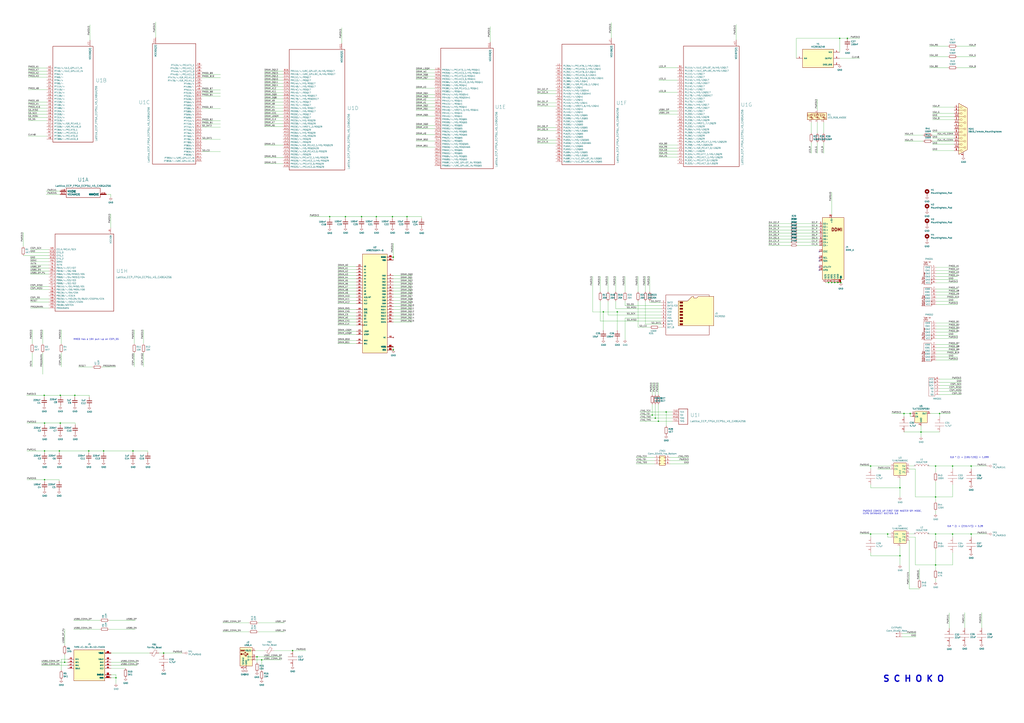
<source format=kicad_sch>
(kicad_sch (version 20211123) (generator eeschema)
  (paper "A1")
  (title_block (title "Schoko FPGA Computer") (rev "V2") (company "Copyright © 2022 Lone Dynamics Corporation"))
  (junction (at 495.554 256.286))
  (junction (at 747.522 339.852))
  (junction (at 547.116 338.582))
  (junction (at 283.718 178.054))
  (junction (at 540.766 346.202))
  (junction (at 49.53 347.726))
  (junction (at 240.284 534.67))
  (junction (at 36.576 370.586))
  (junction (at 797.56 383.032))
  (junction (at 109.22 370.586))
  (junction (at 211.074 539.75))
  (junction (at 323.088 287.528))
  (junction (at 768.35 438.912))
  (junction (at 695.96 31.496))
  (junction (at 134.366 536.702))
  (junction (at 680.466 232.156))
  (junction (at 53.086 544.322))
  (junction (at 506.984 256.286))
  (junction (at 782.32 383.032))
  (junction (at 683.006 232.156))
  (junction (at 768.35 408.432))
  (junction (at 690.626 232.156))
  (junction (at 742.442 339.852))
  (junction (at 49.53 324.866))
  (junction (at 739.14 456.692))
  (junction (at 768.35 464.312))
  (junction (at 739.14 400.812))
  (junction (at 771.652 339.852))
  (junction (at 782.32 438.912))
  (junction (at 768.35 383.032))
  (junction (at 72.898 370.586))
  (junction (at 323.088 211.328))
  (junction (at 728.98 438.912))
  (junction (at 688.086 232.156))
  (junction (at 48.768 370.586))
  (junction (at 36.576 347.726))
  (junction (at 85.09 370.586))
  (junction (at 689.61 31.496))
  (junction (at 296.926 178.054))
  (junction (at 214.884 542.29))
  (junction (at 756.412 355.092))
  (junction (at 61.468 324.866))
  (junction (at 715.01 383.032))
  (junction (at 36.576 394.208))
  (junction (at 685.546 232.156))
  (junction (at 309.118 178.054))
  (junction (at 334.264 178.054))
  (junction (at 270.764 178.054))
  (junction (at 36.322 324.866))
  (junction (at 715.01 438.912))
  (junction (at 535.686 341.122))
  (junction (at 95.25 557.022))
  (junction (at 797.56 438.912))
  (junction (at 538.226 343.662))
  (junction (at 322.326 178.054))
  (no_connect (at 672.846 221.996))
  (no_connect (at 672.846 219.456))
  (no_connect (at 672.846 214.376))
  (no_connect (at 672.846 211.836))
  (no_connect (at 672.846 206.756))
  (wire (pts (xy 456.438 107.442) (xy 441.198 107.442)))
  (wire (pts (xy 232.41 93.98) (xy 217.17 93.98)))
  (wire (pts (xy 323.088 259.588) (xy 338.328 259.588)))
  (wire (pts (xy 533.654 239.776) (xy 533.654 227.076)))
  (wire (pts (xy 232.41 81.28) (xy 217.17 81.28)))
  (wire (pts (xy 49.53 347.726) (xy 61.722 347.726)))
  (wire (pts (xy 91.186 554.482) (xy 95.25 554.482)))
  (wire (pts (xy 23.114 83.82) (xy 38.354 83.82)))
  (wire (pts (xy 782.32 441.452) (xy 782.32 438.912)))
  (wire (pts (xy 792.226 516.128) (xy 792.226 503.428)))
  (wire (pts (xy 232.41 101.6) (xy 217.17 101.6)))
  (wire (pts (xy 277.368 241.808) (xy 292.608 241.808)))
  (wire (pts (xy 165.862 114.554) (xy 181.102 114.554)))
  (wire (pts (xy 90.932 175.768) (xy 90.932 187.198)))
  (wire (pts (xy 209.804 539.75) (xy 211.074 539.75)))
  (wire (pts (xy 755.142 476.25) (xy 755.142 467.36)))
  (wire (pts (xy 768.35 412.242) (xy 768.35 408.432)))
  (wire (pts (xy 768.35 408.432) (xy 782.32 408.432)))
  (wire (pts (xy 323.088 231.648) (xy 338.328 231.648)))
  (wire (pts (xy 751.84 385.572) (xy 751.84 408.432)))
  (wire (pts (xy 23.114 63.5) (xy 38.354 63.5)))
  (wire (pts (xy 91.186 557.022) (xy 95.25 557.022)))
  (wire (pts (xy 61.468 326.136) (xy 61.468 324.866)))
  (wire (pts (xy 786.638 283.21) (xy 768.858 283.21)))
  (wire (pts (xy 53.086 530.352) (xy 53.086 517.398)))
  (wire (pts (xy 758.19 110.998) (xy 742.95 110.998)))
  (wire (pts (xy 232.41 83.82) (xy 217.17 83.82)))
  (wire (pts (xy 356.87 120.904) (xy 341.63 120.904)))
  (wire (pts (xy 72.898 371.856) (xy 72.898 370.586)))
  (wire (pts (xy 277.368 226.568) (xy 292.608 226.568)))
  (wire (pts (xy 680.466 232.156) (xy 683.006 232.156)))
  (wire (pts (xy 786.638 219.71) (xy 768.858 219.71)))
  (wire (pts (xy 23.114 86.36) (xy 38.354 86.36)))
  (wire (pts (xy 283.718 178.054) (xy 296.926 178.054)))
  (wire (pts (xy 277.368 254.508) (xy 292.608 254.508)))
  (wire (pts (xy 95.25 557.022) (xy 95.25 561.848)))
  (wire (pts (xy 768.35 395.732) (xy 768.35 408.432)))
  (wire (pts (xy 789.432 316.738) (xy 771.652 316.738)))
  (wire (pts (xy 24.892 248.158) (xy 40.132 248.158)))
  (wire (pts (xy 323.088 226.568) (xy 338.328 226.568)))
  (wire (pts (xy 90.932 159.766) (xy 87.376 159.766)))
  (wire (pts (xy 24.892 225.298) (xy 40.132 225.298)))
  (wire (pts (xy 654.558 196.596) (xy 672.846 196.596)))
  (wire (pts (xy 525.526 341.122) (xy 535.686 341.122)))
  (wire (pts (xy 165.862 61.214) (xy 181.102 61.214)))
  (wire (pts (xy 747.522 339.852) (xy 742.442 339.852)))
  (wire (pts (xy 720.852 385.572) (xy 731.52 385.572)))
  (wire (pts (xy 165.862 101.854) (xy 181.102 101.854)))
  (wire (pts (xy 786.638 237.49) (xy 768.858 237.49)))
  (wire (pts (xy 232.41 73.66) (xy 217.17 73.66)))
  (wire (pts (xy 728.98 438.912) (xy 731.52 438.912)))
  (wire (pts (xy 789.432 314.198) (xy 771.652 314.198)))
  (wire (pts (xy 232.41 91.44) (xy 217.17 91.44)))
  (wire (pts (xy 277.368 279.908) (xy 292.608 279.908)))
  (wire (pts (xy 778.51 55.626) (xy 763.27 55.626)))
  (wire (pts (xy 53.086 517.398) (xy 53.34 517.398)))
  (wire (pts (xy 49.53 348.996) (xy 49.53 347.726)))
  (wire (pts (xy 748.792 339.852) (xy 747.522 339.852)))
  (wire (pts (xy 746.76 443.992) (xy 746.76 483.87)))
  (wire (pts (xy 61.722 348.996) (xy 61.722 347.726)))
  (wire (pts (xy 232.41 86.36) (xy 217.17 86.36)))
  (wire (pts (xy 739.14 400.812) (xy 739.14 408.432)))
  (wire (pts (xy 277.368 264.668) (xy 292.608 264.668)))
  (wire (pts (xy 240.284 534.67) (xy 251.206 534.67)))
  (wire (pts (xy 109.22 371.856) (xy 109.22 370.586)))
  (wire (pts (xy 165.862 89.154) (xy 181.102 89.154)))
  (wire (pts (xy 789.432 319.278) (xy 771.652 319.278)))
  (wire (pts (xy 654.05 48.006) (xy 654.05 31.496)))
  (wire (pts (xy 499.364 258.826) (xy 543.052 258.826)))
  (wire (pts (xy 50.292 550.926) (xy 50.292 541.782)))
  (wire (pts (xy 783.59 88.138) (xy 765.81 88.138)))
  (wire (pts (xy 746.76 483.87) (xy 755.142 483.87)))
  (wire (pts (xy 797.56 438.912) (xy 810.26 438.912)))
  (wire (pts (xy 36.322 326.136) (xy 36.322 324.866)))
  (wire (pts (xy 323.088 199.898) (xy 323.088 211.328)))
  (wire (pts (xy 505.714 239.776) (xy 505.714 227.076)))
  (wire (pts (xy 24.892 204.978) (xy 40.132 204.978)))
  (wire (pts (xy 22.098 370.586) (xy 36.576 370.586)))
  (wire (pts (xy 495.554 256.286) (xy 486.664 256.286)))
  (wire (pts (xy 109.22 370.586) (xy 121.412 370.586)))
  (wire (pts (xy 739.14 400.812) (xy 715.01 400.812)))
  (wire (pts (xy 797.56 383.032) (xy 810.26 383.032)))
  (wire (pts (xy 541.02 121.666) (xy 556.26 121.666)))
  (wire (pts (xy 797.56 438.912) (xy 797.56 441.452)))
  (wire (pts (xy 95.25 554.482) (xy 95.25 557.022)))
  (wire (pts (xy 456.438 87.122) (xy 441.198 87.122)))
  (wire (pts (xy 631.19 199.136) (xy 649.478 199.136)))
  (wire (pts (xy 541.02 91.186) (xy 556.26 91.186)))
  (wire (pts (xy 23.114 73.66) (xy 38.354 73.66)))
  (wire (pts (xy 786.638 247.65) (xy 768.858 247.65)))
  (wire (pts (xy 715.01 438.912) (xy 728.98 438.912)))
  (wire (pts (xy 782.32 385.572) (xy 782.32 383.032)))
  (wire (pts (xy 232.41 99.06) (xy 217.17 99.06)))
  (wire (pts (xy 214.884 542.29) (xy 231.14 542.29)))
  (wire (pts (xy 631.19 196.596) (xy 649.478 196.596)))
  (wire (pts (xy 232.41 104.14) (xy 217.17 104.14)))
  (wire (pts (xy 23.114 99.06) (xy 38.354 99.06)))
  (wire (pts (xy 24.892 220.218) (xy 40.132 220.218)))
  (wire (pts (xy 217.424 534.67) (xy 209.804 534.67)))
  (wire (pts (xy 214.884 542.29) (xy 214.884 550.926)))
  (wire (pts (xy 277.368 229.108) (xy 292.608 229.108)))
  (wire (pts (xy 506.984 271.526) (xy 506.984 256.286)))
  (wire (pts (xy 779.526 516.382) (xy 779.526 503.682)))
  (wire (pts (xy 538.226 343.662) (xy 552.196 343.662)))
  (wire (pts (xy 789.432 321.818) (xy 771.652 321.818)))
  (wire (pts (xy 731.52 441.452) (xy 728.98 441.452)))
  (wire (pts (xy 715.01 385.572) (xy 715.01 383.032)))
  (wire (pts (xy 334.264 179.324) (xy 334.264 178.054)))
  (wire (pts (xy 36.322 324.866) (xy 49.53 324.866)))
  (wire (pts (xy 688.086 232.156) (xy 690.626 232.156)))
  (wire (pts (xy 19.05 210.058) (xy 40.132 210.058)))
  (wire (pts (xy 309.118 179.324) (xy 309.118 178.054)))
  (wire (pts (xy 537.591 378.587) (xy 522.351 378.587)))
  (wire (pts (xy 36.576 370.586) (xy 48.768 370.586)))
  (wire (pts (xy 19.05 191.008) (xy 19.05 202.438)))
  (wire (pts (xy 535.686 341.122) (xy 535.686 332.232)))
  (wire (pts (xy 24.892 222.758) (xy 40.132 222.758)))
  (wire (pts (xy 786.638 265.43) (xy 768.858 265.43)))
  (wire (pts (xy 493.014 239.776) (xy 493.014 227.076)))
  (wire (pts (xy 654.558 186.436) (xy 672.846 186.436)))
  (wire (pts (xy 728.98 441.452) (xy 728.98 438.912)))
  (wire (pts (xy 783.59 93.218) (xy 765.81 93.218)))
  (wire (pts (xy 533.654 248.666) (xy 533.654 247.396)))
  (wire (pts (xy 513.334 261.366) (xy 513.334 279.146)))
  (wire (pts (xy 768.35 468.122) (xy 768.35 464.312)))
  (wire (pts (xy 83.566 301.752) (xy 94.996 301.752)))
  (wire (pts (xy 165.862 78.994) (xy 181.102 78.994)))
  (wire (pts (xy 786.638 227.33) (xy 768.858 227.33)))
  (wire (pts (xy 211.074 539.75) (xy 211.074 544.576)))
  (wire (pts (xy 232.41 129.54) (xy 217.17 129.54)))
  (wire (pts (xy 110.236 271.018) (xy 110.236 282.448)))
  (wire (pts (xy 24.892 215.138) (xy 40.132 215.138)))
  (wire (pts (xy 23.114 91.44) (xy 38.354 91.44)))
  (wire (pts (xy 715.01 383.032) (xy 731.52 383.032)))
  (wire (pts (xy 356.87 62.484) (xy 341.63 62.484)))
  (wire (pts (xy 346.202 178.054) (xy 346.202 179.578)))
  (wire (pts (xy 130.556 536.702) (xy 134.366 536.702)))
  (wire (pts (xy 36.576 371.856) (xy 36.576 370.586)))
  (wire (pts (xy 277.368 218.948) (xy 292.608 218.948)))
  (wire (pts (xy 214.884 542.29) (xy 209.804 542.29)))
  (wire (pts (xy 270.764 178.054) (xy 270.764 179.578)))
  (wire (pts (xy 525.526 346.202) (xy 540.766 346.202)))
  (wire (pts (xy 34.036 544.322) (xy 53.086 544.322)))
  (wire (pts (xy 783.59 116.078) (xy 765.81 116.078)))
  (wire (pts (xy 786.638 290.83) (xy 768.858 290.83)))
  (wire (pts (xy 654.558 191.516) (xy 672.846 191.516)))
  (wire (pts (xy 786.638 245.11) (xy 768.858 245.11)))
  (wire (pts (xy 513.334 261.366) (xy 543.052 261.366)))
  (wire (pts (xy 746.76 441.452) (xy 751.84 441.452)))
  (wire (pts (xy 356.87 82.804) (xy 341.63 82.804)))
  (wire (pts (xy 758.19 116.078) (xy 742.95 116.078)))
  (wire (pts (xy 524.002 247.396) (xy 524.002 268.986)))
  (wire (pts (xy 127.762 18.034) (xy 127.762 30.734)))
  (wire (pts (xy 778.51 37.973) (xy 763.27 37.973)))
  (wire (pts (xy 540.766 346.202) (xy 552.196 346.202)))
  (wire (pts (xy 495.554 256.286) (xy 495.554 271.526)))
  (wire (pts (xy 768.35 478.282) (xy 768.35 475.742)))
  (wire (pts (xy 513.334 239.776) (xy 513.334 227.076)))
  (wire (pts (xy 36.576 348.996) (xy 36.576 347.726)))
  (wire (pts (xy 801.37 37.973) (xy 786.13 37.973)))
  (wire (pts (xy 689.61 42.926) (xy 689.61 31.496)))
  (wire (pts (xy 786.638 270.51) (xy 768.858 270.51)))
  (wire (pts (xy 225.044 534.67) (xy 240.284 534.67)))
  (wire (pts (xy 277.368 221.488) (xy 292.608 221.488)))
  (wire (pts (xy 277.368 249.428) (xy 292.608 249.428)))
  (wire (pts (xy 34.036 546.862) (xy 55.626 546.862)))
  (wire (pts (xy 402.59 21.844) (xy 402.59 34.544)))
  (wire (pts (xy 801.37 46.482) (xy 786.13 46.482)))
  (wire (pts (xy 666.242 109.474) (xy 666.242 100.584)))
  (wire (pts (xy 782.32 408.432) (xy 782.32 398.272)))
  (wire (pts (xy 356.87 103.124) (xy 341.63 103.124)))
  (wire (pts (xy 165.862 63.754) (xy 181.102 63.754)))
  (wire (pts (xy 50.292 541.782) (xy 55.626 541.782)))
  (wire (pts (xy 23.114 60.96) (xy 38.354 60.96)))
  (wire (pts (xy 23.114 96.52) (xy 38.354 96.52)))
  (wire (pts (xy 24.892 237.998) (xy 40.132 237.998)))
  (wire (pts (xy 739.14 456.692) (xy 715.01 456.692)))
  (wire (pts (xy 666.242 125.984) (xy 666.242 117.094)))
  (wire (pts (xy 783.59 108.458) (xy 765.81 108.458)))
  (wire (pts (xy 782.32 438.912) (xy 797.56 438.912)))
  (wire (pts (xy 24.892 207.518) (xy 40.132 207.518)))
  (wire (pts (xy 60.452 517.144) (xy 82.042 517.144)))
  (wire (pts (xy 356.87 95.504) (xy 341.63 95.504)))
  (wire (pts (xy 541.274 268.986) (xy 543.052 268.986)))
  (wire (pts (xy 277.368 239.268) (xy 292.608 239.268)))
  (wire (pts (xy 356.87 87.884) (xy 341.63 87.884)))
  (wire (pts (xy 782.32 383.032) (xy 797.56 383.032)))
  (wire (pts (xy 715.01 398.272) (xy 715.01 400.812)))
  (wire (pts (xy 35.052 271.018) (xy 35.052 282.448)))
  (wire (pts (xy 801.37 55.626) (xy 786.13 55.626)))
  (wire (pts (xy 513.334 251.206) (xy 543.052 251.206)))
  (wire (pts (xy 541.02 119.126) (xy 556.26 119.126)))
  (wire (pts (xy 322.326 178.054) (xy 334.264 178.054)))
  (wire (pts (xy 49.784 333.248) (xy 49.53 333.756)))
  (wire (pts (xy 89.662 517.144) (xy 111.252 517.144)))
  (wire (pts (xy 50.292 290.068) (xy 50.292 301.498)))
  (wire (pts (xy 748.792 342.392) (xy 747.522 342.392)))
  (wire (pts (xy 538.226 324.612) (xy 538.226 314.452)))
  (wire (pts (xy 806.196 516.128) (xy 806.196 503.428)))
  (wire (pts (xy 22.098 347.726) (xy 36.576 347.726)))
  (wire (pts (xy 53.086 544.322) (xy 55.626 544.322)))
  (wire (pts (xy 117.856 271.018) (xy 117.856 282.448)))
  (wire (pts (xy 356.87 65.024) (xy 341.63 65.024)))
  (wire (pts (xy 505.714 253.746) (xy 543.052 253.746)))
  (wire (pts (xy 26.416 271.018) (xy 26.416 282.448)))
  (wire (pts (xy 771.652 342.392) (xy 771.652 339.852)))
  (wire (pts (xy 323.088 264.668) (xy 338.328 264.668)))
  (wire (pts (xy 533.654 268.986) (xy 524.002 268.986)))
  (wire (pts (xy 277.368 267.208) (xy 292.608 267.208)))
  (wire (pts (xy 277.368 274.828) (xy 292.608 274.828)))
  (wire (pts (xy 502.158 18.542) (xy 502.158 31.242)))
  (wire (pts (xy 604.52 32.766) (xy 604.52 20.066)))
  (wire (pts (xy 323.088 239.268) (xy 338.328 239.268)))
  (wire (pts (xy 739.14 449.072) (xy 739.14 456.692)))
  (wire (pts (xy 60.452 509.778) (xy 82.042 509.778)))
  (wire (pts (xy 654.558 183.896) (xy 672.846 183.896)))
  (wire (pts (xy 277.368 246.888) (xy 292.608 246.888)))
  (wire (pts (xy 211.074 539.75) (xy 231.14 539.75)))
  (wire (pts (xy 456.438 76.962) (xy 441.198 76.962)))
  (wire (pts (xy 64.516 301.752) (xy 75.946 301.752)))
  (wire (pts (xy 486.664 256.286) (xy 486.664 227.076)))
  (wire (pts (xy 277.368 257.048) (xy 292.608 257.048)))
  (wire (pts (xy 786.638 267.97) (xy 768.858 267.97)))
  (wire (pts (xy 280.67 22.86) (xy 280.67 35.56)))
  (wire (pts (xy 786.638 232.41) (xy 768.858 232.41)))
  (wire (pts (xy 768.35 443.992) (xy 768.35 438.912)))
  (wire (pts (xy 768.35 464.312) (xy 782.32 464.312)))
  (wire (pts (xy 323.088 249.428) (xy 338.328 249.428)))
  (wire (pts (xy 671.322 125.984) (xy 671.322 117.094)))
  (wire (pts (xy 277.368 282.448) (xy 292.608 282.448)))
  (wire (pts (xy 783.59 98.298) (xy 765.81 98.298)))
  (wire (pts (xy 91.186 536.702) (xy 122.936 536.702)))
  (wire (pts (xy 768.35 422.402) (xy 768.35 419.862)))
  (wire (pts (xy 541.02 93.726) (xy 556.26 93.726)))
  (wire (pts (xy 499.364 239.776) (xy 499.364 227.076)))
  (wire (pts (xy 715.01 454.152) (xy 715.01 456.692)))
  (wire (pts (xy 165.862 104.394) (xy 181.102 104.394)))
  (wire (pts (xy 778.51 46.482) (xy 763.27 46.482)))
  (wire (pts (xy 654.558 194.056) (xy 672.846 194.056)))
  (wire (pts (xy 24.892 235.458) (xy 40.132 235.458)))
  (wire (pts (xy 85.09 370.586) (xy 109.22 370.586)))
  (wire (pts (xy 165.862 73.914) (xy 181.102 73.914)))
  (wire (pts (xy 530.098 239.776) (xy 530.098 227.076)))
  (wire (pts (xy 654.558 199.136) (xy 672.846 199.136)))
  (wire (pts (xy 456.438 104.902) (xy 441.198 104.902)))
  (wire (pts (xy 309.118 178.054) (xy 322.326 178.054)))
  (wire (pts (xy 505.714 253.746) (xy 505.714 247.396)))
  (wire (pts (xy 277.368 234.188) (xy 292.608 234.188)))
  (wire (pts (xy 783.59 113.538) (xy 765.81 113.538)))
  (wire (pts (xy 117.856 290.068) (xy 117.856 301.498)))
  (wire (pts (xy 541.02 65.786) (xy 556.26 65.786)))
  (wire (pts (xy 683.006 232.156) (xy 685.546 232.156)))
  (wire (pts (xy 689.61 31.496) (xy 695.96 31.496)))
  (wire (pts (xy 356.87 59.944) (xy 341.63 59.944)))
  (wire (pts (xy 768.35 438.912) (xy 782.32 438.912)))
  (wire (pts (xy 683.006 176.276) (xy 683.006 157.988)))
  (wire (pts (xy 756.412 350.012) (xy 756.412 355.092)))
  (wire (pts (xy 677.926 232.156) (xy 680.466 232.156)))
  (wire (pts (xy 296.926 178.054) (xy 296.926 179.324)))
  (wire (pts (xy 232.41 96.52) (xy 217.17 96.52)))
  (wire (pts (xy 356.87 105.664) (xy 341.63 105.664)))
  (wire (pts (xy 631.19 188.976) (xy 649.478 188.976)))
  (wire (pts (xy 90.932 162.052) (xy 90.932 159.766)))
  (wire (pts (xy 740.918 520.7) (xy 752.348 520.7)))
  (wire (pts (xy 270.764 178.054) (xy 283.718 178.054)))
  (wire (pts (xy 36.576 394.208) (xy 48.514 394.208)))
  (wire (pts (xy 676.402 109.474) (xy 676.402 100.584)))
  (wire (pts (xy 506.984 256.286) (xy 543.052 256.286)))
  (wire (pts (xy 768.35 464.312) (xy 751.84 464.312)))
  (wire (pts (xy 756.412 358.902) (xy 756.412 355.092)))
  (wire (pts (xy 783.59 123.698) (xy 765.81 123.698)))
  (wire (pts (xy 525.526 343.662) (xy 538.226 343.662)))
  (wire (pts (xy 48.768 370.586) (xy 72.898 370.586)))
  (wire (pts (xy 37.846 159.766) (xy 49.276 159.766)))
  (wire (pts (xy 786.638 222.25) (xy 768.858 222.25)))
  (wire (pts (xy 671.322 109.474) (xy 671.322 100.584)))
  (wire (pts (xy 232.41 76.2) (xy 217.17 76.2)))
  (wire (pts (xy 746.76 383.032) (xy 750.57 383.032)))
  (wire (pts (xy 789.432 324.358) (xy 771.652 324.358)))
  (wire (pts (xy 23.114 111.76) (xy 38.354 111.76)))
  (wire (pts (xy 537.591 381.127) (xy 522.351 381.127)))
  (wire (pts (xy 23.114 93.98) (xy 38.354 93.98)))
  (wire (pts (xy 212.09 511.81) (xy 233.68 511.81)))
  (wire (pts (xy 85.09 371.856) (xy 85.09 370.586)))
  (wire (pts (xy 786.638 273.05) (xy 768.858 273.05)))
  (wire (pts (xy 525.526 338.582) (xy 547.116 338.582)))
  (wire (pts (xy 676.402 125.984) (xy 676.402 117.094)))
  (wire (pts (xy 732.282 339.852) (xy 742.442 339.852)))
  (wire (pts (xy 37.846 157.226) (xy 49.276 157.226)))
  (wire (pts (xy 513.334 251.206) (xy 513.334 247.396)))
  (wire (pts (xy 73.914 20.32) (xy 73.914 33.02)))
  (wire (pts (xy 323.088 251.968) (xy 338.328 251.968)))
  (wire (pts (xy 323.088 229.108) (xy 338.328 229.108)))
  (wire (pts (xy 323.088 284.988) (xy 323.088 287.528)))
  (wire (pts (xy 121.412 371.856) (xy 121.412 370.586)))
  (wire (pts (xy 768.35 388.112) (xy 768.35 383.032)))
  (wire (pts (xy 277.368 244.348) (xy 292.608 244.348)))
  (wire (pts (xy 456.438 117.602) (xy 441.198 117.602)))
  (wire (pts (xy 277.368 262.128) (xy 292.608 262.128)))
  (wire (pts (xy 48.514 395.478) (xy 48.514 394.208)))
  (wire (pts (xy 277.368 259.588) (xy 292.608 259.588)))
  (wire (pts (xy 547.116 338.582) (xy 552.196 338.582)))
  (wire (pts (xy 764.032 339.852) (xy 771.652 339.852)))
  (wire (pts (xy 356.87 115.824) (xy 341.63 115.824)))
  (wire (pts (xy 356.87 57.404) (xy 341.63 57.404)))
  (wire (pts (xy 232.41 68.58) (xy 217.17 68.58)))
  (wire (pts (xy 296.926 178.054) (xy 309.118 178.054)))
  (wire (pts (xy 685.546 232.156) (xy 688.086 232.156)))
  (wire (pts (xy 23.114 58.42) (xy 38.354 58.42)))
  (wire (pts (xy 165.862 124.714) (xy 181.102 124.714)))
  (wire (pts (xy 36.576 347.726) (xy 49.53 347.726)))
  (wire (pts (xy 323.088 234.188) (xy 338.328 234.188)))
  (wire (pts (xy 565.531 378.587) (xy 550.291 378.587)))
  (wire (pts (xy 493.014 263.906) (xy 543.052 263.906)))
  (wire (pts (xy 499.364 258.826) (xy 499.364 247.396)))
  (wire (pts (xy 182.88 519.176) (xy 204.47 519.176)))
  (wire (pts (xy 631.19 191.516) (xy 649.478 191.516)))
  (wire (pts (xy 535.686 341.122) (xy 552.196 341.122)))
  (wire (pts (xy 73.406 324.866) (xy 73.406 326.39)))
  (wire (pts (xy 89.662 509.778) (xy 111.252 509.778)))
  (wire (pts (xy 695.96 31.496) (xy 706.12 31.496)))
  (wire (pts (xy 541.02 126.746) (xy 556.26 126.746)))
  (wire (pts (xy 493.014 263.906) (xy 493.014 247.396)))
  (wire (pts (xy 91.186 544.322) (xy 112.776 544.322)))
  (wire (pts (xy 541.02 129.286) (xy 556.26 129.286)))
  (wire (pts (xy 565.531 376.047) (xy 550.291 376.047)))
  (wire (pts (xy 91.186 549.402) (xy 103.124 549.402)))
  (wire (pts (xy 232.41 60.96) (xy 217.17 60.96)))
  (wire (pts (xy 165.862 99.314) (xy 181.102 99.314)))
  (wire (pts (xy 323.088 244.348) (xy 338.328 244.348)))
  (wire (pts (xy 24.892 217.678) (xy 40.132 217.678)))
  (wire (pts (xy 254.254 178.054) (xy 270.764 178.054)))
  (wire (pts (xy 543.052 248.666) (xy 533.654 248.666)))
  (wire (pts (xy 631.19 194.056) (xy 649.478 194.056)))
  (wire (pts (xy 541.02 55.626) (xy 556.26 55.626)))
  (wire (pts (xy 786.638 250.19) (xy 768.858 250.19)))
  (wire (pts (xy 789.432 311.658) (xy 771.652 311.658)))
  (wire (pts (xy 706.12 383.032) (xy 715.01 383.032)))
  (wire (pts (xy 631.19 186.436) (xy 649.478 186.436)))
  (wire (pts (xy 740.918 523.24) (xy 752.348 523.24)))
  (wire (pts (xy 21.844 324.866) (xy 36.322 324.866)))
  (wire (pts (xy 35.052 290.068) (xy 35.052 307.594)))
  (wire (pts (xy 356.87 85.344) (xy 341.63 85.344)))
  (wire (pts (xy 356.87 80.264) (xy 341.63 80.264)))
  (wire (pts (xy 456.438 74.422) (xy 441.198 74.422)))
  (wire (pts (xy 232.41 58.42) (xy 217.17 58.42)))
  (wire (pts (xy 689.61 48.006) (xy 706.12 48.006)))
  (wire (pts (xy 232.41 119.38) (xy 217.17 119.38)))
  (wire (pts (xy 23.114 55.88) (xy 38.354 55.88)))
  (wire (pts (xy 165.862 76.454) (xy 181.102 76.454)))
  (wire (pts (xy 456.438 115.062) (xy 441.198 115.062)))
  (wire (pts (xy 49.784 325.628) (xy 49.53 324.866)))
  (wire (pts (xy 535.686 324.612) (xy 535.686 314.452)))
  (wire (pts (xy 786.638 229.87) (xy 768.858 229.87)))
  (wire (pts (xy 25.019 253.238) (xy 40.132 253.238)))
  (wire (pts (xy 631.19 201.676) (xy 649.478 201.676)))
  (wire (pts (xy 277.368 236.728) (xy 292.608 236.728)))
  (wire (pts (xy 540.766 324.612) (xy 540.766 314.452)))
  (wire (pts (xy 48.768 371.856) (xy 48.768 370.586)))
  (wire (pts (xy 323.088 257.048) (xy 338.328 257.048)))
  (wire (pts (xy 506.984 256.286) (xy 495.554 256.286)))
  (wire (pts (xy 715.01 441.452) (xy 715.01 438.912)))
  (wire (pts (xy 783.59 95.758) (xy 765.81 95.758)))
  (wire (pts (xy 323.088 241.808) (xy 338.328 241.808)))
  (wire (pts (xy 739.14 393.192) (xy 739.14 400.812)))
  (wire (pts (xy 530.098 266.446) (xy 530.098 247.396)))
  (wire (pts (xy 742.442 355.092) (xy 756.412 355.092)))
  (wire (pts (xy 22.098 394.208) (xy 36.576 394.208)))
  (wire (pts (xy 768.35 438.912) (xy 763.27 438.912)))
  (wire (pts (xy 356.87 77.724) (xy 341.63 77.724)))
  (wire (pts (xy 631.19 183.896) (xy 649.478 183.896)))
  (wire (pts (xy 24.892 245.618) (xy 40.132 245.618)))
  (wire (pts (xy 786.638 278.13) (xy 768.858 278.13)))
  (wire (pts (xy 283.718 178.054) (xy 283.718 179.324)))
  (wire (pts (xy 232.41 71.12) (xy 217.17 71.12)))
  (wire (pts (xy 334.264 178.054) (xy 346.202 178.054)))
  (wire (pts (xy 49.53 324.866) (xy 61.468 324.866)))
  (wire (pts (xy 751.84 441.452) (xy 751.84 464.312)))
  (wire (pts (xy 23.114 88.9) (xy 38.354 88.9)))
  (wire (pts (xy 134.366 536.702) (xy 149.606 536.702)))
  (wire (pts (xy 565.531 381.127) (xy 550.291 381.127)))
  (wire (pts (xy 747.522 342.392) (xy 747.522 339.852)))
  (wire (pts (xy 182.88 511.81) (xy 204.47 511.81)))
  (wire (pts (xy 322.326 179.324) (xy 322.326 178.054)))
  (wire (pts (xy 323.088 236.728) (xy 338.328 236.728)))
  (wire (pts (xy 671.322 90.424) (xy 671.322 81.534)))
  (wire (pts (xy 541.02 124.206) (xy 556.26 124.206)))
  (wire (pts (xy 739.14 456.692) (xy 739.14 464.312)))
  (wire (pts (xy 110.236 290.068) (xy 110.236 301.498)))
  (wire (pts (xy 541.02 75.946) (xy 556.26 75.946)))
  (wire (pts (xy 277.368 272.288) (xy 292.608 272.288)))
  (wire (pts (xy 212.09 519.176) (xy 233.68 519.176)))
  (wire (pts (xy 786.638 242.57) (xy 768.858 242.57)))
  (wire (pts (xy 782.32 464.312) (xy 782.32 454.152)))
  (wire (pts (xy 706.12 438.912) (xy 715.01 438.912)))
  (wire (pts (xy 543.052 266.446) (xy 530.098 266.446)))
  (wire (pts (xy 547.116 338.582) (xy 547.116 350.012)))
  (wire (pts (xy 786.638 293.37) (xy 768.858 293.37)))
  (wire (pts (xy 654.558 201.676) (xy 672.846 201.676)))
  (wire (pts (xy 786.638 240.03) (xy 768.858 240.03)))
  (wire (pts (xy 768.35 451.612) (xy 768.35 464.312)))
  (wire (pts (xy 232.41 88.9) (xy 217.17 88.9)))
  (wire (pts (xy 537.591 376.047) (xy 522.351 376.047)))
  (wire (pts (xy 768.35 383.032) (xy 782.32 383.032)))
  (wire (pts (xy 356.87 90.424) (xy 341.63 90.424)))
  (wire (pts (xy 786.638 285.75) (xy 768.858 285.75)))
  (wire (pts (xy 756.412 355.092) (xy 771.652 355.092)))
  (wire (pts (xy 456.438 84.582) (xy 441.198 84.582)))
  (wire (pts (xy 768.35 383.032) (xy 763.27 383.032)))
  (wire (pts (xy 36.576 395.478) (xy 36.576 394.208)))
  (wire (pts (xy 323.088 246.888) (xy 338.328 246.888)))
  (wire (pts (xy 356.87 110.744) (xy 341.63 110.744)))
  (wire (pts (xy 654.558 188.976) (xy 672.846 188.976)))
  (wire (pts (xy 797.56 383.032) (xy 797.56 385.572)))
  (wire (pts (xy 746.76 385.572) (xy 751.84 385.572)))
  (wire (pts (xy 742.442 342.392) (xy 742.442 339.852)))
  (wire (pts (xy 746.76 438.912) (xy 750.57 438.912)))
  (wire (pts (xy 50.292 271.018) (xy 50.292 282.448)))
  (wire (pts (xy 538.226 343.662) (xy 538.226 332.232)))
  (wire (pts (xy 61.468 324.866) (xy 73.406 324.866)))
  (wire (pts (xy 232.41 66.04) (xy 217.17 66.04)))
  (wire (pts (xy 783.59 110.998) (xy 765.81 110.998)))
  (wire (pts (xy 24.892 212.598) (xy 40.132 212.598)))
  (wire (pts (xy 786.638 288.29) (xy 768.858 288.29)))
  (wire (pts (xy 786.638 224.79) (xy 768.858 224.79)))
  (wire (pts (xy 786.638 275.59) (xy 768.858 275.59)))
  (wire (pts (xy 277.368 224.028) (xy 292.608 224.028)))
  (wire (pts (xy 524.002 239.776) (xy 524.002 227.076)))
  (wire (pts (xy 323.088 262.128) (xy 338.328 262.128)))
  (wire (pts (xy 91.186 546.862) (xy 112.776 546.862)))
  (wire (pts (xy 323.088 211.328) (xy 323.088 213.868)))
  (wire (pts (xy 540.766 346.202) (xy 540.766 332.232)))
  (wire (pts (xy 53.086 537.972) (xy 53.086 544.322)))
  (wire (pts (xy 783.59 118.618) (xy 765.81 118.618)))
  (wire (pts (xy 26.416 290.068) (xy 26.416 301.498)))
  (wire (pts (xy 232.41 78.74) (xy 217.17 78.74)))
  (wire (pts (xy 232.41 134.62) (xy 217.17 134.62)))
  (wire (pts (xy 768.35 408.432) (xy 751.84 408.432)))
  (wire (pts (xy 786.638 295.91) (xy 768.858 295.91)))
  (wire (pts (xy 277.368 231.648) (xy 292.608 231.648)))
  (wire (pts (xy 72.898 370.586) (xy 85.09 370.586)))
  (wire (pts (xy 356.87 72.644) (xy 341.63 72.644)))
  (wire (pts (xy 771.652 339.852) (xy 780.542 339.852)))
  (wire (pts (xy 654.05 31.496) (xy 689.61 31.496)))
  (wire (pts (xy 323.088 254.508) (xy 338.328 254.508)))
  (wire (pts (xy 232.41 63.5) (xy 217.17 63.5)))
  (text "S C H O K O" (at 724.916 560.832 0) (effects (font (size 5 5) (thickness 1) bold) (justify left bottom)))
  (text "PWR3V3 COMES UP FIRST FOR MASTER SPI MODE,\nECP5 DATASHEET SECTION 3.5" (at 708.66 422.91 0) (effects (font (size 1.27 1.27)) (justify left bottom)))
  (text "0.6 * (1 + (210/47)) = 3.28" (at 778.002 433.324 0) (effects (font (size 1.27 1.27)) (justify left bottom)))
  (text "MMOD has a 10K pull-up on CSPI_SS" (at 97.536 279.654 180) (effects (font (size 1.27 1.27)) (justify right bottom)))
  (text "0.6 * (1 + (100/120)) = 1.099" (at 780.288 376.682 0) (effects (font (size 1.27 1.27)) (justify left bottom)))
  (label "DRAM_LDQM" (at 341.63 57.404 0))
  (label "VGA_HS" (at 541.02 126.746 0))
  (label "DRAM_DQ0" (at 328.93 226.568 0))
  (label "PWR1V1" (at 38.862 157.226 0))
  (label "PMOD_A7" (at 23.114 58.42 0))
  (label "D1_N" (at 666.496 191.516 0))
  (label "LED_B" (at 676.402 125.984 90))
  (label "DRAM_CLK" (at 217.17 99.06 0))
  (label "CLK48" (at 699.516 48.006 0))
  (label "USB0_CONN_DP" (at 34.036 544.322 0))
  (label "DVI_CK_N" (at 631.19 201.676 0))
  (label "PWR3V3" (at 779.018 232.41 0))
  (label "USB0_DP_PU" (at 24.892 225.298 0))
  (label "SD_MOSI" (at 23.114 96.52 0))
  (label "GND" (at 765.81 113.538 0))
  (label "DRAM_CS" (at 217.17 119.38 0))
  (label "PMOD_A8" (at 779.018 240.03 0))
  (label "PWR3V3" (at 538.226 322.072 90))
  (label "DRAM_CLK" (at 277.368 267.208 0))
  (label "PWR3V3" (at 732.282 339.852 0))
  (label "DRAM_DQ5" (at 328.93 239.268 0))
  (label "CSPI_SS" (at 24.892 245.618 0))
  (label "DRAM_DQ12" (at 217.17 58.42 0))
  (label "GND" (at 765.81 108.458 0))
  (label "DRAM_A4" (at 277.368 229.108 0))
  (label "DRAM_CKE" (at 277.368 264.668 0))
  (label "DRAM_DQ3" (at 328.93 234.188 0))
  (label "PMOD_A1" (at 779.018 219.71 0))
  (label "PMOD_B10" (at 777.748 290.83 0))
  (label "DRAM_BS0" (at 277.368 279.908 0))
  (label "DRAM_A6" (at 217.17 104.14 0))
  (label "PWR3V3" (at 117.856 278.638 90))
  (label "DRAM_A8" (at 277.368 239.268 0))
  (label "DRAM_BS0" (at 341.63 115.824 0))
  (label "RESET" (at 64.516 301.752 0))
  (label "VGA_B" (at 765.81 98.298 0))
  (label "DRAM_DQ11" (at 328.93 254.508 0))
  (label "DRAM_DQ7" (at 328.93 244.348 0))
  (label "PMOD_A7" (at 779.018 237.49 0))
  (label "DRAM_BS1" (at 277.368 282.448 0))
  (label "PWR5V0" (at 706.12 438.912 0))
  (label "DVI_D2_N" (at 441.198 76.962 0))
  (label "DRAM_A10" (at 277.368 244.348 0))
  (label "DRAM_CAS" (at 217.17 134.62 0))
  (label "INITN" (at 24.892 217.678 0))
  (label "DVI_D2_N" (at 631.19 186.436 0))
  (label "JTAG_TMS" (at 556.641 376.047 0))
  (label "SD_SS" (at 23.114 99.06 0))
  (label "PWR2V5" (at 22.098 394.208 0))
  (label "PWR3V3" (at 280.67 31.496 90))
  (label "DRAM_A1" (at 277.368 221.488 0))
  (label "DRAM_DQ1" (at 341.63 90.424 0))
  (label "PWR3V3" (at 530.098 234.696 90))
  (label "DVI_D1_N" (at 631.19 191.516 0))
  (label "DVI_D0_P" (at 631.19 194.056 0))
  (label "VGA_VS_CONN" (at 769.62 116.078 0))
  (label "VGA_G0" (at 541.02 124.206 0))
  (label "DRAM_WE" (at 277.368 262.128 0))
  (label "PWR3V3" (at 110.236 278.638 90))
  (label "DVI_D0_P" (at 441.198 104.902 0))
  (label "DRAM_A5" (at 217.17 91.44 0))
  (label "PWR3V3" (at 505.714 234.696 90))
  (label "SD_CD" (at 166.116 124.714 0))
  (label "CSPI_SCK" (at 50.292 300.228 90))
  (label "PWR3V3" (at 524.002 234.696 90))
  (label "DRAM_DQ2" (at 328.93 231.648 0))
  (label "PMOD_B7" (at 779.018 283.21 0))
  (label "DRAM_DQ9" (at 328.93 249.428 0))
  (label "DVI_CK_P" (at 441.198 115.062 0))
  (label "VGA_B0" (at 541.02 119.126 0))
  (label "GND" (at 785.622 314.198 0))
  (label "DONE" (at 24.892 215.138 0))
  (label "PWR5V0" (at 243.332 534.67 0))
  (label "PWR3V3" (at 671.322 89.154 90))
  (label "PWR3V3" (at 22.098 347.726 0))
  (label "PWR3V3" (at 493.014 234.696 90))
  (label "PWR5V0" (at 744.728 520.7 0))
  (label "PROGRAMN" (at 35.052 301.498 90))
  (label "USB0_CONN_DN" (at 60.452 517.144 0))
  (label "PWR3V3" (at 50.292 278.638 90))
  (label "SD_DAT2" (at 534.416 248.666 0))
  (label "DRAM_A2" (at 277.368 224.028 0))
  (label "PWR3V3" (at 806.196 512.318 90))
  (label "PWR3V3" (at 486.664 234.696 90))
  (label "PMOD_B10" (at 165.862 63.754 0))
  (label "PMOD_B3" (at 779.018 270.51 0))
  (label "DVI_CK_N" (at 441.198 117.602 0))
  (label "PWR1V1" (at 792.226 512.318 90))
  (label "DRAM_UDQM" (at 277.368 274.828 0))
  (label "JTAG_TMS" (at 525.526 346.202 0))
  (label "DVI_D1_N" (at 441.198 87.122 0))
  (label "DRAM_DQ14" (at 217.17 71.12 0))
  (label "CSPI_MISO" (at 24.892 235.458 0))
  (label "DRAM_UDQM" (at 217.17 96.52 0))
  (label "DRAM_DQ11" (at 217.17 68.58 0))
  (label "SD_DAT2" (at 165.862 104.394 0))
  (label "PWR3V3" (at 402.59 30.48 90))
  (label "DRAM_DQ13" (at 328.93 259.588 0))
  (label "CSPI_SCK" (at 24.892 204.978 0))
  (label "DRAM_DQ9" (at 217.17 78.74 0))
  (label "PWR1V1" (at 779.526 512.572 90))
  (label "DRAM_DQ1" (at 328.93 229.108 0))
  (label "USB1_DN" (at 226.06 519.176 0))
  (label "DRAM_A7" (at 217.17 101.6 0))
  (label "CSPI_SS" (at 781.812 324.358 0))
  (label "PWR1V1EN" (at 720.852 385.572 0))
  (label "PMOD_A3" (at 23.114 63.5 0))
  (label "DRAM_A8" (at 217.17 86.36 0))
  (label "VGA_VS" (at 742.95 116.078 0))
  (label "JTAG_TDI" (at 522.351 378.587 0))
  (label "LED_R" (at 666.242 125.984 90))
  (label "DRAM_DQ4" (at 328.93 236.728 0))
  (label "CSPI_MOSI" (at 24.892 237.998 0))
  (label "USB0_DN" (at 103.632 517.144 0))
  (label "PWR2V5" (at 772.922 339.852 0))
  (label "VGA_R0" (at 763.27 37.973 0))
  (label "DRAM_DQ10" (at 217.17 66.04 0))
  (label "PMOD_A9" (at 779.018 242.57 0))
  (label "PMOD_B7" (at 165.862 73.914 0))
  (label "DRAM_DQ0" (at 341.63 103.124 0))
  (label "VGA_VS" (at 541.02 129.286 0))
  (label "PMOD_A2" (at 23.114 60.96 0))
  (label "GND" (at 24.892 212.598 0))
  (label "GND" (at 748.284 523.24 0))
  (label "PMOD_B9" (at 779.018 288.29 0))
  (label "DRAM_A0" (at 277.368 218.948 0))
  (label "SD_DAT1" (at 166.116 114.554 0))
  (label "VGA_B0" (at 763.27 55.626 0))
  (label "VGA_G0" (at 763.27 46.482 0))
  (label "PMOD_B8" (at 165.862 76.454 0))
  (label "GND" (at 561.721 381.127 0))
  (label "PWR3V3" (at 557.911 378.587 0))
  (label "PWR3V3" (at 499.364 234.696 90))
  (label "DRAM_DQ2" (at 341.63 87.884 0))
  (label "VGA_G" (at 765.81 93.218 0))
  (label "DRAM_DQ6" (at 341.63 62.484 0))
  (label "DRAM_DQ4" (at 341.63 77.724 0))
  (label "USB1_CONN_DP" (at 182.88 511.81 0))
  (label "DRAM_DQ3" (at 341.63 80.264 0))
  (label "DRAM_A0" (at 341.63 110.744 0))
  (label "PMOD_B4" (at 779.018 273.05 0))
  (label "VGA_B" (at 795.655 55.626 0))
  (label "PWR3V3" (at 513.334 234.696 90))
  (label "GND" (at 779.018 275.59 0))
  (label "DRAM_A4" (at 217.17 88.9 0))
  (label "JTAG_TCK" (at 522.351 376.047 0))
  (label "DRAM_WE" (at 341.63 59.944 0))
  (label "PWR3V3" (at 21.844 324.866 0))
  (label "DRAM_DQ5" (at 341.63 95.504 0))
  (label "DVI_D1_P" (at 631.19 188.976 0))
  (label "SD_DAT1" (at 534.924 266.446 0))
  (label "DRAM_A10" (at 341.63 105.664 0))
  (label "PMOD_A10" (at 777.748 245.11 0))
  (label "VGA_R" (at 765.81 88.138 0))
  (label "PWR2V5" (at 38.862 159.766 0))
  (label "USB1_CONN_DN" (at 182.88 519.176 0))
  (label "CSPI_MOSI" (at 779.78 321.818 0))
  (label "DRAM_A9" (at 277.368 241.808 0))
  (label "DVI_D0_N" (at 631.19 196.596 0))
  (label "SD_MOSI" (at 514.604 253.746 0))
  (label "PMOD_A4" (at 23.114 86.36 0))
  (label "PWR3V3" (at 533.654 234.696 90))
  (label "PMOD_B8" (at 779.018 285.75 0))
  (label "PWR3V3" (at 779.018 250.19 0))
  (label "PWR3V3" (at 779.018 278.13 0))
  (label "DRAM_DQ14" (at 328.93 262.128 0))
  (label "DVI_D2_P" (at 631.19 183.896 0))
  (label "GND" (at 779.018 293.37 0))
  (label "DRAM_DQ13" (at 217.17 63.5 0))
  (label "PMOD_B4" (at 165.862 78.994 0))
  (label "PWR3V3" (at 781.812 311.658 0))
  (label "USB0_DP" (at 24.892 220.218 0))
  (label "DRAM_A3" (at 277.368 226.568 0))
  (label "DRAM_A11" (at 217.17 76.2 0))
  (label "DRAM_BS1" (at 341.63 120.904 0))
  (label "USB0_CONN_DP" (at 60.452 509.778 0))
  (label "GND" (at 24.892 207.518 0))
  (label "PROGRAMN" (at 84.582 301.752 0))
  (label "USB1_DN" (at 541.02 93.726 0))
  (label "CSPI_MISO" (at 779.526 319.278 0))
  (label "CLK48" (at 23.114 111.76 0))
  (label "DRAM_A6" (at 277.368 234.188 0))
  (label "PWR3V3" (at 127.762 26.67 90))
  (label "USB1_DP" (at 541.02 91.186 0))
  (label "PMOD_A1" (at 23.114 55.88 0))
  (label "PMOD_A10" (at 23.114 88.9 0))
  (label "JTAG_TDI" (at 525.526 341.122 0))
  (label "PMOD_A9" (at 23.114 83.82 0))
  (label "GND" (at 779.018 247.65 0))
  (label "PMOD_B2" (at 779.018 267.97 0))
  (label "DRAM_DQ10" (at 328.93 251.968 0))
  (label "D1_P" (at 666.496 188.976 0))
  (label "DVI_D1_P" (at 441.198 84.582 0))
  (label "DRAM_A5" (at 277.368 231.648 0))
  (label "DRAM_DQ7" (at 341.63 65.024 0))
  (label "PMOD_B2" (at 165.862 99.314 0))
  (label "CK_N" (at 666.496 201.676 0))
  (label "PWR3V3" (at 802.64 438.912 0))
  (label "DRAM_DQ15" (at 217.17 60.96 0))
  (label "PWR5V0" (at 683.006 165.354 90))
  (label "DVI_D0_N" (at 441.198 107.442 0))
  (label "GND" (at 779.018 229.87 0))
  (label "PWR3V3" (at 254.254 178.054 0))
  (label "DRAM_DQ12" (at 328.93 257.048 0))
  (label "DRAM_RAS" (at 277.368 254.508 0))
  (label "DRAM_A12" (at 217.17 73.66 0))
  (label "DRAM_A3" (at 341.63 72.644 0))
  (label "DRAM_A7" (at 277.368 236.728 0))
  (label "USB0_DN" (at 24.892 222.758 0))
  (label "D2_N" (at 666.496 186.436 0))
  (label "PMOD_B9" (at 165.862 61.214 0))
  (label "PWR1V1" (at 802.64 383.032 0))
  (label "PWR1V1" (at 22.098 370.586 0))
  (label "PWR5V0" (at 141.986 536.702 0))
  (label "SD_SCK" (at 514.604 258.826 0))
  (label "USB0_CONN_DN" (at 34.036 546.862 0))
  (label "DRAM_DQ8" (at 217.17 81.28 0))
  (label "PWR3V3" (at 540.766 322.072 90))
  (label "DRAM_LDQM" (at 277.368 272.288 0))
  (label "JTAG_TDO" (at 525.526 343.662 0))
  (label "PMOD_B1" (at 779.018 265.43 0))
  (label "PMOD_A4" (at 779.018 227.33 0))
  (label "PWR3V3" (at 73.914 28.956 90))
  (label "USB1_DP" (at 226.06 511.81 0))
  (label "CSPI_SCK" (at 780.542 316.738 0))
  (label "LED_G" (at 671.322 125.984 90))
  (label "VGA_R" (at 795.655 37.973 0))
  (label "DRAM_DQ8" (at 328.93 246.888 0))
  (label "DRAM_CKE" (at 217.17 93.98 0))
  (label "JTAG_TCK" (at 525.526 338.582 0))
  (label "DRAM_CAS" (at 277.368 257.048 0))
  (label "PWR3V3" (at 604.52 28.448 90))
  (label "JTAG_TDO" (at 522.351 381.127 0))
  (label "PWR3V3" (at 26.416 278.638 90))
  (label "SD_SCK" (at 23.114 93.98 0))
  (label "PMOD_A3" (at 779.018 224.79 0))
  (label "USB0_DP_PU" (at 53.086 528.574 90))
  (label "PWR3V3" (at 535.686 322.072 90))
  (label "DVI_CK_P" (at 631.19 199.136 0))
  (label "SD_SS" (at 514.604 251.206 0))
  (label "USB0_CONN_DP" (at 99.06 546.862 0))
  (label "DRAM_A9" (at 217.17 83.82 0))
  (label "DRAM_A12" (at 277.368 249.428 0))
  (label "PWR5V0" (at 755.142 476.25 90))
  (label "PWR3V3" (at 19.05 198.628 90))
  (label "PWR3V3" (at 323.088 207.518 90))
  (label "PWR3V3" (at 779.018 295.91 0))
  (label "DVI_D2_P" (at 441.198 74.422 0))
  (label "VGA_HS" (at 742.95 110.998 0))
  (label "USB1_CONN_DP" (at 216.662 539.75 0))
  (label "DRAM_RAS" (at 217.17 129.54 0))
  (label "PWR3V3" (at 90.932 183.388 90))
  (label "VGA_G" (at 795.655 46.482 0))
  (label "SD_MISO" (at 23.114 91.44 0))
  (label "VGA_R0" (at 541.02 121.666 0))
  (label "D2_P" (at 666.496 183.896 0))
  (label "SD_MISO" (at 514.604 263.906 0))
  (label "PMOD_A2" (at 779.018 222.25 0))
  (label "USB0_DP" (at 103.632 509.778 0))
  (label "LED_R" (at 541.02 55.626 0))
  (label "PWR3V3" (at 35.052 278.638 90))
  (label "PWR5V0" (at 706.12 383.032 0))
  (label "LED_B" (at 541.02 75.946 0))
  (label "RESET" (at 24.892 248.158 0))
  (label "CK_P" (at 666.496 199.136 0))
  (label "DRAM_DQ6" (at 328.93 241.808 0))
  (label "PMOD_B3" (at 165.862 89.154 0))
  (label "DRAM_CS" (at 277.368 259.588 0))
  (label "DRAM_DQ15" (at 328.93 264.668 0))
  (label "DRAM_A11" (at 277.368 246.888 0))
  (label "USB1_CONN_DN" (at 216.662 542.29 0))
  (label "USB0_CONN_DN" (at 99.06 544.322 0))
  (label "PMOD_B1" (at 165.862 101.854 0))
  (label "PWR1V1EN" (at 746.76 480.314 90))
  (label "PMOD_A8" (at 23.114 73.66 0))
  (label "GND" (at 765.81 95.758 0))
  (label "D0_P" (at 666.496 194.056 0))
  (label "PROGRAMN" (at 25.019 253.238 0))
  (label "LED_G" (at 541.02 65.786 0))
  (label "INITN" (at 26.416 301.498 90))
  (label "PWR3V3" (at 502.158 27.178 90))
  (label "PWR3V3" (at 698.5 31.496 0))
  (label "VGA_HS_CONN" (at 769.62 110.998 0))
  (label "CSPI_MOSI" (at 110.236 300.228 90))
  (label "DRAM_A2" (at 341.63 82.804 0))
  (label "GND" (at 765.81 123.698 0))
  (label "CSPI_MISO" (at 117.856 300.228 90))
  (label "DRAM_A1" (at 341.63 85.344 0))
  (label "SD_CD" (at 525.018 268.986 0))
  (label "GND" (at 765.81 118.618 0))
  (label "D0_N" (at 666.496 196.596 0))
  (symbol (lib_id "KC2016Z:KC2016Z13.5600C1KX00") (at 671.83 48.006 0) (unit 1)
    (property "Reference" "Y1" (at 671.83 36.1442 0))
    (property "Value" "KC2016Z48" (at 671.83 38.4556 0))
    (property "Footprint" "KC2016:OSC_KC2016Z13.5600C1KX00" (effects hide))
    (property "STANDARD" "Manufacturer Recommendations" (effects hide))
    (property "MANUFACTURER" "Kyocera" (effects hide))
    (property "PARTREV" "November 2020" (effects hide))
    (property "MAXIMUM_PACKAGE_HIEGHT" "0.8 mm" (effects hide))
  )
  (symbol (lib_id "power:GND") (at 689.61 53.086 0) (unit 1)
    (property "Reference" "#PWR038" (effects hide))
    (property "Value" "GND" (at 689.737 57.4802 0))
  )
  (symbol (lib_id "Device:C") (at 695.96 35.306 0) (unit 1)
    (property "Reference" "C27" (at 698.881 34.1376 0) (effects (justify left)))
    (property "Value" "100nF" (at 698.881 36.449 0) (effects (justify left)))
    (property "Footprint" "Resistor_SMD:R_0603_1608Metric" (effects hide))
  )
  (symbol (lib_id "ldx-rescue:MRR_ESPE-rescue_Micro_SD_Card_China-projsym-MRR_ESPA-rescue-microsd") (at 565.912 258.826 0) (unit 1)
    (property "Reference" "J3" (at 586.994 257.6576 0) (effects (justify left)))
    (property "Value" "MICROSD" (at 586.994 259.969 0) (effects (justify left)))
    (property "Footprint" "LD-SDCARD:SDCARD" (effects hide))
  )
  (symbol (lib_id "Regulator_Linear:TLV73325PDBV") (at 756.412 342.392 0) (unit 1)
    (property "Reference" "U5" (at 756.412 333.7052 0))
    (property "Value" "TLV73325PDBV" (at 756.412 336.0166 0))
    (property "Footprint" "Package_TO_SOT_SMD:SOT-23-5" (effects hide))
    (property "Datasheet" "http://www.ti.com/lit/ds/symlink/tlv733p.pdf" (effects hide))
  )
  (symbol (lib_id "Device:R") (at 499.364 243.586 0) (unit 1)
    (property "Reference" "R18" (at 501.142 242.4176 0) (effects (justify left)))
    (property "Value" "20K" (at 501.142 244.729 0) (effects (justify left)))
    (property "Footprint" "Resistor_SMD:R_0603_1608Metric" (effects hide))
  )
  (symbol (lib_id "power:GND") (at 513.334 279.146 0) (unit 1)
    (property "Reference" "#PWR036" (effects hide))
    (property "Value" "GND" (at 513.461 283.5402 0))
  )
  (symbol (lib_id "Device:C") (at 506.984 275.336 0) (unit 1)
    (property "Reference" "C26" (at 500.634 274.066 0) (effects (justify left)))
    (property "Value" "100nF" (at 498.094 276.606 0) (effects (justify left)))
    (property "Footprint" "Resistor_SMD:R_0603_1608Metric" (effects hide))
  )
  (symbol (lib_id "pspice:C") (at 742.442 348.742 0) (unit 1)
    (property "Reference" "C30" (at 746.9632 347.5736 0) (effects (justify left)))
    (property "Value" "4.7uF" (at 746.9632 349.885 0) (effects (justify left)))
    (property "Footprint" "Capacitor_SMD:C_0603_1608Metric" (effects hide))
  )
  (symbol (lib_id "power:GND") (at 506.984 279.146 0) (unit 1)
    (property "Reference" "#PWR035" (effects hide))
    (property "Value" "GND" (at 507.111 283.5402 0))
  )
  (symbol (lib_id "pspice:C") (at 715.01 447.802 0) (unit 1)
    (property "Reference" "C29" (at 719.5312 446.6336 0) (effects (justify left)))
    (property "Value" "4.7uF" (at 719.5312 448.945 0) (effects (justify left)))
    (property "Footprint" "Capacitor_SMD:C_0603_1608Metric" (effects hide))
  )
  (symbol (lib_id "pspice:C") (at 782.32 447.802 0) (unit 1)
    (property "Reference" "C34" (at 786.8412 446.6336 0) (effects (justify left)))
    (property "Value" "10pF" (at 786.8412 448.945 0) (effects (justify left)))
    (property "Footprint" "Capacitor_SMD:C_0603_1608Metric" (effects hide))
  )
  (symbol (lib_id "power:GND") (at 797.56 454.152 0) (unit 1)
    (property "Reference" "#PWR054" (effects hide))
    (property "Value" "GND" (at 797.687 458.5462 0))
  )
  (symbol (lib_id "Device:R") (at 505.714 243.586 0) (unit 1)
    (property "Reference" "R19" (at 507.492 242.4176 0) (effects (justify left)))
    (property "Value" "20K" (at 507.492 244.729 0) (effects (justify left)))
    (property "Footprint" "Resistor_SMD:R_0603_1608Metric" (effects hide))
  )
  (symbol (lib_id "power:GND") (at 768.35 478.282 0) (unit 1)
    (property "Reference" "#PWR049" (effects hide))
    (property "Value" "GND" (at 768.477 482.6762 0))
  )
  (symbol (lib_id "power:GND") (at 739.14 464.312 0) (unit 1)
    (property "Reference" "#PWR042" (effects hide))
    (property "Value" "GND" (at 739.267 468.7062 0))
  )
  (symbol (lib_id "power:GND") (at 756.412 358.902 0) (unit 1)
    (property "Reference" "#PWR043" (effects hide))
    (property "Value" "GND" (at 756.539 363.2962 0))
  )
  (symbol (lib_id "Device:Ferrite_Bead") (at 126.746 536.702 270) (unit 1)
    (property "Reference" "FB1" (at 126.746 529.7424 90))
    (property "Value" "Ferrite_Bead" (at 126.746 532.0538 90))
    (property "Footprint" "Resistor_SMD:R_0603_1608Metric" (effects hide))
  )
  (symbol (lib_id "pspice:C") (at 134.366 543.052 0) (unit 1)
    (property "Reference" "C16" (at 138.8872 541.8836 0) (effects (justify left)))
    (property "Value" "4.7uF" (at 138.8872 544.195 0) (effects (justify left)))
    (property "Footprint" "Resistor_SMD:R_0603_1608Metric" (effects hide))
  )
  (symbol (lib_id "Connector:DB15_Female_MountingHoles") (at 791.21 105.918 0) (unit 1)
    (property "Reference" "VGA1" (at 795.147 105.8672 0) (effects (justify left)))
    (property "Value" "DB15_Female_MountingHoles" (at 795.147 108.1786 0) (effects (justify left)))
    (property "Footprint" "Connector_Dsub:DSUB-15-HD_Female_Horizontal_P2.29x1.98mm_EdgePinOffset3.03mm_Housed_MountingHolesOffset4.94mm" (effects hide))
    (property "Datasheet" " ~" (effects hide))
  )
  (symbol (lib_id "pspice:C") (at 771.652 348.742 0) (unit 1)
    (property "Reference" "C31" (at 776.1732 347.5736 0) (effects (justify left)))
    (property "Value" "4.7uF" (at 776.1732 349.885 0) (effects (justify left)))
    (property "Footprint" "Capacitor_SMD:C_0603_1608Metric" (effects hide))
  )
  (symbol (lib_id "pspice:C") (at 806.196 522.478 0) (unit 1)
    (property "Reference" "C38" (at 810.7172 521.3096 0) (effects (justify left)))
    (property "Value" "22uF" (at 810.7172 523.621 0) (effects (justify left)))
    (property "Footprint" "Capacitor_SMD:C_0603_1608Metric" (effects hide))
  )
  (symbol (lib_id "Device:R") (at 513.334 243.586 0) (unit 1)
    (property "Reference" "R20" (at 515.112 242.4176 0) (effects (justify left)))
    (property "Value" "20K" (at 515.112 244.729 0) (effects (justify left)))
    (property "Footprint" "Resistor_SMD:R_0603_1608Metric" (effects hide))
  )
  (symbol (lib_id "Device:R") (at 493.014 243.586 0) (unit 1)
    (property "Reference" "R17" (at 494.792 242.4176 0) (effects (justify left)))
    (property "Value" "20K" (at 494.792 244.729 0) (effects (justify left)))
    (property "Footprint" "Resistor_SMD:R_0603_1608Metric" (effects hide))
  )
  (symbol (lib_id "power:GND") (at 792.226 528.828 0) (unit 1)
    (property "Reference" "#PWR052" (effects hide))
    (property "Value" "GND" (at 792.353 533.2222 0))
  )
  (symbol (lib_id "power:GND") (at 806.196 528.828 0) (unit 1)
    (property "Reference" "#PWR055" (effects hide))
    (property "Value" "GND" (at 806.323 533.2222 0))
  )
  (symbol (lib_id "Device:R") (at 50.292 554.736 0) (unit 1)
    (property "Reference" "R5" (at 52.07 553.5676 0) (effects (justify left)))
    (property "Value" "5K1" (at 52.07 555.879 0) (effects (justify left)))
    (property "Footprint" "Resistor_SMD:R_0603_1608Metric" (effects hide))
  )
  (symbol (lib_id "Device:R") (at 103.124 553.212 0) (unit 1)
    (property "Reference" "R10" (at 104.902 552.0436 0) (effects (justify left)))
    (property "Value" "5K1" (at 104.902 554.355 0) (effects (justify left)))
    (property "Footprint" "Resistor_SMD:R_0603_1608Metric" (effects hide))
  )
  (symbol (lib_id "Connector:TestPoint") (at 149.606 536.702 270) (unit 1)
    (property "Reference" "TP1" (at 154.3812 535.5336 90) (effects (justify left)))
    (property "Value" "TP_PWR5V0" (at 154.3812 537.845 90) (effects (justify left)))
    (property "Footprint" "TestPoint:TestPoint_THTPad_D1.0mm_Drill0.5mm" (effects hide))
  )
  (symbol (lib_id "Device:C") (at 495.554 275.336 0) (unit 1)
    (property "Reference" "C25" (at 489.204 274.066 0) (effects (justify left)))
    (property "Value" "10uF" (at 486.664 276.606 0) (effects (justify left)))
    (property "Footprint" "Resistor_SMD:R_0603_1608Metric" (effects hide))
  )
  (symbol (lib_id "power:GND") (at 495.554 279.146 0) (unit 1)
    (property "Reference" "#PWR034" (effects hide))
    (property "Value" "GND" (at 495.681 283.5402 0))
  )
  (symbol (lib_id "Connector:TestPoint") (at 810.26 383.032 270) (unit 1)
    (property "Reference" "TP2" (at 815.0352 381.8636 90) (effects (justify left)))
    (property "Value" "TP_PWR1V1" (at 815.0352 384.175 90) (effects (justify left)))
    (property "Footprint" "TestPoint:TestPoint_THTPad_D1.0mm_Drill0.5mm" (effects hide))
  )
  (symbol (lib_id "Connector:TestPoint") (at 810.26 438.912 270) (unit 1)
    (property "Reference" "TP3" (at 815.0352 437.7436 90) (effects (justify left)))
    (property "Value" "TP_PWR3V3" (at 815.0352 440.055 90) (effects (justify left)))
    (property "Footprint" "TestPoint:TestPoint_THTPad_D1.0mm_Drill0.5mm" (effects hide))
  )
  (symbol (lib_id "power:GND") (at 695.96 39.116 0) (unit 1)
    (property "Reference" "#PWR040" (effects hide))
    (property "Value" "GND" (at 696.087 43.5102 0))
  )
  (symbol (lib_id "Device:R") (at 762 110.998 270) (unit 1)
    (property "Reference" "R41" (at 762 105.7402 90))
    (property "Value" "100R" (at 762 108.0516 90))
    (property "Footprint" "Resistor_SMD:R_0603_1608Metric" (effects hide))
  )
  (symbol (lib_id "Device:R") (at 762 116.078 270) (unit 1)
    (property "Reference" "R42" (at 762 110.8202 90))
    (property "Value" "100R" (at 762 113.1316 90))
    (property "Footprint" "Resistor_SMD:R_0603_1608Metric" (effects hide))
  )
  (symbol (lib_id "power:GND") (at 134.366 549.402 0) (unit 1)
    (property "Reference" "#PWR020" (effects hide))
    (property "Value" "GND" (at 134.493 553.7962 0))
  )
  (symbol (lib_id "power:GND") (at 103.124 557.022 0) (unit 1)
    (property "Reference" "#PWR017" (effects hide))
    (property "Value" "GND" (at 103.251 561.4162 0))
  )
  (symbol (lib_id "power:GND") (at 50.292 558.546 0) (unit 1)
    (property "Reference" "#PWR09" (effects hide))
    (property "Value" "GND" (at 50.419 562.9402 0))
  )
  (symbol (lib_id "power:GND") (at 791.21 128.778 0) (unit 1)
    (property "Reference" "#PWR051" (effects hide))
    (property "Value" "GND" (at 791.337 133.1722 0))
  )
  (symbol (lib_id "ld-led:LED_RGB_ANODE") (at 671.322 95.504 90) (unit 1)
    (property "Reference" "D1" (at 679.704 94.3356 90) (effects (justify right)))
    (property "Value" "LED_RGB_ANODE" (at 679.704 96.647 90) (effects (justify right)))
    (property "Footprint" "LD-LEDS:LED_RGB_0606_CHANZON" (effects hide))
  )
  (symbol (lib_id "power:GND") (at 95.25 561.848 0) (unit 1)
    (property "Reference" "#PWR016" (effects hide))
    (property "Value" "GND" (at 95.377 566.2422 0))
  )
  (symbol (lib_id "Connector:USB_A") (at 202.184 539.75 0) (unit 1)
    (property "Reference" "J2" (at 203.6318 527.8882 0))
    (property "Value" "USB_A" (at 203.6318 530.1996 0))
    (property "Footprint" "Connector_USB:USB_A_Stewart_SS-52100-001_Horizontal" (effects hide))
    (property "Datasheet" " ~" (effects hide))
  )
  (symbol (lib_id "ld-modules:MMOD_Host_Socket") (at 767.842 310.388 180) (unit 1)
    (property "Reference" "MMOD1" (at 769.747 327.7362 0))
    (property "Value" "PMOD-Device-x1-Type-2-SPI" (effects hide))
    (property "Footprint" "LD-MODULES:MMOD_Host_Socket" (effects hide))
  )
  (symbol (lib_id "power:GND") (at 202.184 549.91 0) (unit 1)
    (property "Reference" "#PWR022" (effects hide))
    (property "Value" "GND" (at 202.311 554.3042 0))
  )
  (symbol (lib_id "pspice:C") (at 797.56 447.802 0) (unit 1)
    (property "Reference" "C37" (at 802.0812 446.6336 0) (effects (justify left)))
    (property "Value" "10uF" (at 802.0812 448.945 0) (effects (justify left)))
    (property "Footprint" "Capacitor_SMD:C_0603_1608Metric" (effects hide))
  )
  (symbol (lib_id "Device:R") (at 768.35 447.802 0) (unit 1)
    (property "Reference" "R45" (at 770.128 446.6336 0) (effects (justify left)))
    (property "Value" "210K" (at 770.128 448.945 0) (effects (justify left)))
    (property "Footprint" "Resistor_SMD:R_0603_1608Metric" (effects hide))
  )
  (symbol (lib_id "Device:R") (at 768.35 471.932 0) (unit 1)
    (property "Reference" "R46" (at 770.128 470.7636 0) (effects (justify left)))
    (property "Value" "47K" (at 770.128 473.075 0) (effects (justify left)))
    (property "Footprint" "Resistor_SMD:R_0603_1608Metric" (effects hide))
  )
  (symbol (lib_id "Regulator_Switching:TLV62568DDC") (at 739.14 441.452 0) (unit 1)
    (property "Reference" "U4" (at 739.14 432.1302 0))
    (property "Value" "TLV62568DDC" (at 739.14 434.4416 0))
    (property "Footprint" "Package_TO_SOT_SMD:SOT-23-6" (effects hide))
    (property "Datasheet" "http://www.ti.com/lit/ds/symlink/tlv62568.pdf" (effects hide))
  )
  (symbol (lib_id "pspice:INDUCTOR") (at 756.92 438.912 0) (unit 1)
    (property "Reference" "L2" (at 756.92 433.451 0))
    (property "Value" "INDUCTOR" (at 756.92 435.7624 0))
    (property "Footprint" "Inductor_SMD:L_0805_2012Metric" (effects hide))
  )
  (symbol (lib_id "pspice:C") (at 792.226 522.478 0) (unit 1)
    (property "Reference" "C35" (at 796.7472 521.3096 0) (effects (justify left)))
    (property "Value" "22uF" (at 796.7472 523.621 0) (effects (justify left)))
    (property "Footprint" "Capacitor_SMD:C_0603_1608Metric" (effects hide))
  )
  (symbol (lib_id "power:GND") (at 199.644 549.91 0) (unit 1)
    (property "Reference" "#PWR021" (effects hide))
    (property "Value" "GND" (at 199.771 554.3042 0))
  )
  (symbol (lib_id "pmod:PMOD-Device-x2-Type-1A-GPIO") (at 765.048 233.68 0) (unit 1)
    (property "Reference" "PMOD1" (at 763.143 212.8774 0))
    (property "Value" "PMOD-Device-x2-Type-1A-GPIO" (effects hide))
    (property "Footprint" "LD-PMOD:PMOD_2x06_HOST" (effects hide))
  )
  (symbol (lib_id "Device:R") (at 676.402 113.284 0) (unit 1)
    (property "Reference" "R39" (at 678.18 112.1156 0) (effects (justify left)))
    (property "Value" "536R" (at 678.18 114.427 0) (effects (justify left)))
    (property "Footprint" "Resistor_SMD:R_0603_1608Metric" (effects hide))
  )
  (symbol (lib_id "Device:R") (at 671.322 113.284 0) (unit 1)
    (property "Reference" "R38" (at 673.1 112.1156 0) (effects (justify left)))
    (property "Value" "536R" (at 673.1 114.427 0) (effects (justify left)))
    (property "Footprint" "Resistor_SMD:R_0603_1608Metric" (effects hide))
  )
  (symbol (lib_id "Device:R") (at 666.242 113.284 0) (unit 1)
    (property "Reference" "R37" (at 668.02 112.1156 0) (effects (justify left)))
    (property "Value" "536R" (at 668.02 114.427 0) (effects (justify left)))
    (property "Footprint" "Resistor_SMD:R_0603_1608Metric" (effects hide))
  )
  (symbol (lib_id "Device:R") (at 547.116 353.822 0) (unit 1)
    (property "Reference" "R28" (at 548.894 352.6536 0) (effects (justify left)))
    (property "Value" "4K7" (at 548.894 354.965 0) (effects (justify left)))
    (property "Footprint" "Resistor_SMD:R_0603_1608Metric" (effects hide))
  )
  (symbol (lib_id "Device:R") (at 535.686 328.422 0) (unit 1)
    (property "Reference" "R24" (at 537.464 327.2536 0) (effects (justify left)))
    (property "Value" "4K7" (at 537.464 329.565 0) (effects (justify left)))
    (property "Footprint" "Resistor_SMD:R_0603_1608Metric" (effects hide))
  )
  (symbol (lib_id "Device:R") (at 538.226 328.422 0) (unit 1)
    (property "Reference" "R26" (at 540.004 327.2536 0) (effects (justify left)))
    (property "Value" "4K7" (at 540.004 329.565 0) (effects (justify left)))
    (property "Footprint" "Resistor_SMD:R_0603_1608Metric" (effects hide))
  )
  (symbol (lib_id "Device:R") (at 540.766 328.422 0) (unit 1)
    (property "Reference" "R27" (at 542.544 327.2536 0) (effects (justify left)))
    (property "Value" "4K7" (at 542.544 329.565 0) (effects (justify left)))
    (property "Footprint" "Resistor_SMD:R_0603_1608Metric" (effects hide))
  )
  (symbol (lib_id "power:GND") (at 547.116 357.632 0) (unit 1)
    (property "Reference" "#PWR037" (effects hide))
    (property "Value" "GND" (at 547.243 362.0262 0))
  )
  (symbol (lib_id "Connector_Generic:Conn_02x03_Top_Bottom") (at 542.671 378.587 0) (unit 1)
    (property "Reference" "JTAG1" (at 543.941 370.5352 0))
    (property "Value" "Conn_02x03_Top_Bottom" (at 543.941 372.8466 0))
    (property "Footprint" "Connector_PinHeader_2.54mm:PinHeader_2x03_P2.54mm_Vertical" (effects hide))
  )
  (symbol (lib_id "Device:R") (at 35.052 286.258 0) (unit 1)
    (property "Reference" "R3" (at 36.83 285.0896 0) (effects (justify left)))
    (property "Value" "4K7" (at 36.83 287.401 0) (effects (justify left)))
    (property "Footprint" "Resistor_SMD:R_0603_1608Metric" (effects hide))
  )
  (symbol (lib_id "Device:R") (at 50.292 286.258 0) (unit 1)
    (property "Reference" "R4" (at 52.07 285.0896 0) (effects (justify left)))
    (property "Value" "1K" (at 52.07 287.401 0) (effects (justify left)))
    (property "Footprint" "Resistor_SMD:R_0603_1608Metric" (effects hide))
  )
  (symbol (lib_id "pspice:C") (at 782.32 391.922 0) (unit 1)
    (property "Reference" "C33" (at 786.8412 390.7536 0) (effects (justify left)))
    (property "Value" "10pF" (at 786.8412 393.065 0) (effects (justify left)))
    (property "Footprint" "Capacitor_SMD:C_0603_1608Metric" (effects hide))
  )
  (symbol (lib_id "power:GND") (at 797.56 398.272 0) (unit 1)
    (property "Reference" "#PWR053" (effects hide))
    (property "Value" "GND" (at 797.687 402.6662 0))
  )
  (symbol (lib_id "pspice:INDUCTOR") (at 756.92 383.032 0) (unit 1)
    (property "Reference" "L1" (at 756.92 377.571 0))
    (property "Value" "INDUCTOR" (at 756.92 379.8824 0))
    (property "Footprint" "Inductor_SMD:L_0805_2012Metric" (effects hide))
  )
  (symbol (lib_id "power:GND") (at 739.14 408.432 0) (unit 1)
    (property "Reference" "#PWR041" (effects hide))
    (property "Value" "GND" (at 739.267 412.8262 0))
  )
  (symbol (lib_id "power:GND") (at 768.35 422.402 0) (unit 1)
    (property "Reference" "#PWR048" (effects hide))
    (property "Value" "GND" (at 768.477 426.7962 0))
  )
  (symbol (lib_id "Device:R") (at 768.35 416.052 0) (unit 1)
    (property "Reference" "R44" (at 770.128 414.8836 0) (effects (justify left)))
    (property "Value" "120K" (at 770.128 417.195 0) (effects (justify left)))
    (property "Footprint" "Resistor_SMD:R_0603_1608Metric" (effects hide))
  )
  (symbol (lib_id "Device:R") (at 768.35 391.922 0) (unit 1)
    (property "Reference" "R43" (at 770.128 390.7536 0) (effects (justify left)))
    (property "Value" "100K" (at 770.128 393.065 0) (effects (justify left)))
    (property "Footprint" "Resistor_SMD:R_0603_1608Metric" (effects hide))
  )
  (symbol (lib_id "pspice:C") (at 797.56 391.922 0) (unit 1)
    (property "Reference" "C36" (at 802.0812 390.7536 0) (effects (justify left)))
    (property "Value" "10uF" (at 802.0812 393.065 0) (effects (justify left)))
    (property "Footprint" "Capacitor_SMD:C_0603_1608Metric" (effects hide))
  )
  (symbol (lib_id "Regulator_Switching:TLV62568DDC") (at 739.14 385.572 0) (unit 1)
    (property "Reference" "U3" (at 739.14 376.2502 0))
    (property "Value" "TLV62568DDC" (at 739.14 378.5616 0))
    (property "Footprint" "Package_TO_SOT_SMD:SOT-23-6" (effects hide))
    (property "Datasheet" "http://www.ti.com/lit/ds/symlink/tlv62568.pdf" (effects hide))
  )
  (symbol (lib_id "pspice:C") (at 715.01 391.922 0) (unit 1)
    (property "Reference" "C28" (at 719.5312 390.7536 0) (effects (justify left)))
    (property "Value" "4.7uF" (at 719.5312 393.065 0) (effects (justify left)))
    (property "Footprint" "Capacitor_SMD:C_0603_1608Metric" (effects hide))
  )
  (symbol (lib_id "Device:Ferrite_Bead") (at 221.234 534.67 270) (unit 1)
    (property "Reference" "FB2" (at 221.234 527.7104 90))
    (property "Value" "Ferrite_Bead" (at 221.234 530.0218 90))
    (property "Footprint" "Resistor_SMD:R_0603_1608Metric" (effects hide))
  )
  (symbol (lib_id "Device:R") (at 110.236 286.258 0) (unit 1)
    (property "Reference" "R11" (at 112.014 285.0896 0) (effects (justify left)))
    (property "Value" "10K" (at 112.014 287.401 0) (effects (justify left)))
    (property "Footprint" "Resistor_SMD:R_0603_1608Metric" (effects hide))
  )
  (symbol (lib_id "Device:R") (at 117.856 286.258 0) (unit 1)
    (property "Reference" "R12" (at 119.634 285.0896 0) (effects (justify left)))
    (property "Value" "10K" (at 119.634 287.401 0) (effects (justify left)))
    (property "Footprint" "Resistor_SMD:R_0603_1608Metric" (effects hide))
  )
  (symbol (lib_id "Device:R") (at 214.884 554.736 0) (unit 1)
    (property "Reference" "R16" (at 216.662 553.5676 0) (effects (justify left)))
    (property "Value" "15K" (at 216.662 555.879 0) (effects (justify left)))
    (property "Footprint" "Resistor_SMD:R_0603_1608Metric" (effects hide))
  )
  (symbol (lib_id "power:GND") (at 761.365 173.228 0) (unit 1)
    (property "Reference" "#PWR045" (effects hide))
    (property "Value" "GND" (at 761.365 177.673 0))
  )
  (symbol (lib_id "power:GND") (at 322.326 186.944 0) (unit 1)
    (property "Reference" "#PWR030" (effects hide))
    (property "Value" "GND" (at 322.453 191.3382 0))
  )
  (symbol (lib_id "Device:C") (at 36.576 352.806 180) (unit 1)
    (property "Reference" "C2" (at 33.655 353.9744 0) (effects (justify left)))
    (property "Value" "220nF" (at 33.655 351.663 0) (effects (justify left)))
    (property "Footprint" "Resistor_SMD:R_0603_1608Metric" (effects hide))
  )
  (symbol (lib_id "power:GND") (at 690.626 232.156 0) (unit 1)
    (property "Reference" "#PWR039" (effects hide))
    (property "Value" "GND" (at 690.626 237.236 0))
  )
  (symbol (lib_id "Device:C") (at 346.202 183.388 180) (unit 1)
    (property "Reference" "C24" (at 343.281 184.5564 0) (effects (justify left)))
    (property "Value" "10uF" (at 343.281 182.245 0) (effects (justify left)))
    (property "Footprint" "Resistor_SMD:R_0603_1608Metric" (effects hide))
  )
  (symbol (lib_id "ld-usbc:TYPE-C-31-M-12-FIXED") (at 73.406 546.862 0) (unit 1)
    (property "Reference" "J1" (at 73.406 529.336 0))
    (property "Value" "TYPE-C-31-M-12-FIXED" (at 73.406 531.876 0))
    (property "Footprint" "LD-CONNECTORS:USB_C_Receptacle_HRO_TYPE-C-31-M-12-BIG-PADS" (effects hide))
    (property "MAXIMUM_PACKAGE_HEIGHT" "3.31mm" (effects hide))
    (property "MANUFACTURER" "HRO Electronics" (effects hide))
    (property "PARTREV" "A" (effects hide))
    (property "STANDARD" "Manufacturer Recommendations" (effects hide))
  )
  (symbol (lib_id "power:GND") (at 90.932 162.052 0) (unit 1)
    (property "Reference" "#PWR015" (effects hide))
    (property "Value" "GND" (at 91.059 166.4462 0))
  )
  (symbol (lib_id "Device:R") (at 537.464 268.986 90) (unit 1)
    (property "Reference" "R25" (at 536.702 274.066 90) (effects (justify left)))
    (property "Value" "100R" (at 539.242 272.034 90) (effects (justify left)))
    (property "Footprint" "Resistor_SMD:R_0603_1608Metric" (effects hide))
  )
  (symbol (lib_id "Device:R_Small") (at 652.018 186.436 90) (unit 1)
    (property "Reference" "R30" (at 652.018 180.086 90))
    (property "Value" "270R" (at 652.018 182.626 90))
    (property "Footprint" "Resistor_SMD:R_0603_1608Metric" (effects hide))
  )
  (symbol (lib_id "Device:C") (at 49.53 352.806 180) (unit 1)
    (property "Reference" "C7" (at 46.609 353.9744 0) (effects (justify left)))
    (property "Value" "220nF" (at 46.609 351.663 0) (effects (justify left)))
    (property "Footprint" "Resistor_SMD:R_0603_1608Metric" (effects hide))
  )
  (symbol (lib_id "power:GND") (at 72.898 379.476 0) (unit 1)
    (property "Reference" "#PWR012" (effects hide))
    (property "Value" "GND" (at 73.025 383.8702 0))
  )
  (symbol (lib_id "Device:C") (at 85.09 375.666 180) (unit 1)
    (property "Reference" "C13" (at 82.169 376.8344 0) (effects (justify left)))
    (property "Value" "220nF" (at 82.169 374.523 0) (effects (justify left)))
    (property "Footprint" "Resistor_SMD:R_0603_1608Metric" (effects hide))
  )
  (symbol (lib_id "Device:R_Small") (at 652.018 196.596 90) (unit 1)
    (property "Reference" "R34" (at 652.018 190.246 90))
    (property "Value" "270R" (at 652.018 192.786 90))
    (property "Footprint" "Resistor_SMD:R_0603_1608Metric" (effects hide))
  )
  (symbol (lib_id "Device:R_Small") (at 652.018 188.976 90) (unit 1)
    (property "Reference" "R31" (at 652.018 182.626 90))
    (property "Value" "270R" (at 652.018 185.166 90))
    (property "Footprint" "Resistor_SMD:R_0603_1608Metric" (effects hide))
  )
  (symbol (lib_id "Device:C") (at 309.118 183.134 180) (unit 1)
    (property "Reference" "C21" (at 306.197 184.3024 0) (effects (justify left)))
    (property "Value" "100nF" (at 306.197 181.991 0) (effects (justify left)))
    (property "Footprint" "Resistor_SMD:R_0603_1608Metric" (effects hide))
  )
  (symbol (lib_id "power:GND") (at 48.514 403.098 0) (unit 1)
    (property "Reference" "#PWR05" (effects hide))
    (property "Value" "GND" (at 48.641 407.4922 0))
  )
  (symbol (lib_id "Connector:Conn_01x02_Male") (at 735.838 520.7 0) (unit 1)
    (property "Reference" "EXTPWR1" (at 736.473 515.874 0))
    (property "Value" "Conn_01x02_Male" (at 736.473 518.414 0))
    (property "Footprint" "Connector_PinHeader_2.54mm:PinHeader_1x02_P2.54mm_Vertical" (effects hide))
  )
  (symbol (lib_id "power:GND") (at 761.365 197.993 0) (unit 1)
    (property "Reference" "#PWR047" (effects hide))
    (property "Value" "GND" (at 761.365 202.438 0))
  )
  (symbol (lib_id "Device:R") (at 530.098 243.586 0) (unit 1)
    (property "Reference" "R22" (at 531.876 242.4176 0) (effects (justify left)))
    (property "Value" "20K" (at 531.876 244.729 0) (effects (justify left)))
    (property "Footprint" "Resistor_SMD:R_0603_1608Metric" (effects hide))
  )
  (symbol (lib_id "Device:C") (at 48.768 375.666 180) (unit 1)
    (property "Reference" "C6" (at 45.847 376.8344 0) (effects (justify left)))
    (property "Value" "220nF" (at 45.847 374.523 0) (effects (justify left)))
    (property "Footprint" "Resistor_SMD:R_0603_1608Metric" (effects hide))
  )
  (symbol (lib_id "Device:R_Small") (at 652.018 183.896 90) (unit 1)
    (property "Reference" "R29" (at 652.018 177.546 90))
    (property "Value" "270R" (at 652.018 180.086 90))
    (property "Footprint" "Resistor_SMD:R_0603_1608Metric" (effects hide))
  )
  (symbol (lib_id "Device:R") (at 208.28 519.176 90) (unit 1)
    (property "Reference" "R14" (at 207.1116 517.398 0) (effects (justify left)))
    (property "Value" "22R" (at 209.423 517.398 0) (effects (justify left)))
    (property "Footprint" "Resistor_SMD:R_0603_1608Metric" (effects hide))
  )
  (symbol (lib_id "power:GND") (at 48.768 379.476 0) (unit 1)
    (property "Reference" "#PWR06" (effects hide))
    (property "Value" "GND" (at 48.895 383.8702 0))
  )
  (symbol (lib_id "pspice:C") (at 779.526 522.732 0) (unit 1)
    (property "Reference" "C32" (at 784.0472 521.5636 0) (effects (justify left)))
    (property "Value" "22uF" (at 784.0472 523.875 0) (effects (justify left)))
    (property "Footprint" "Capacitor_SMD:C_0603_1608Metric" (effects hide))
  )
  (symbol (lib_id "Device:C") (at 322.326 183.134 180) (unit 1)
    (property "Reference" "C22" (at 319.405 184.3024 0) (effects (justify left)))
    (property "Value" "100nF" (at 319.405 181.991 0) (effects (justify left)))
    (property "Footprint" "Resistor_SMD:R_0603_1608Metric" (effects hide))
  )
  (symbol (lib_id "Device:R") (at 85.852 517.144 90) (unit 1)
    (property "Reference" "R9" (at 84.6836 515.366 0) (effects (justify left)))
    (property "Value" "22R" (at 86.995 515.366 0) (effects (justify left)))
    (property "Footprint" "Resistor_SMD:R_0603_1608Metric" (effects hide))
  )
  (symbol (lib_id "power:GND") (at 334.264 186.944 0) (unit 1)
    (property "Reference" "#PWR032" (effects hide))
    (property "Value" "GND" (at 334.391 191.3382 0))
  )
  (symbol (lib_id "Device:C") (at 48.514 399.288 180) (unit 1)
    (property "Reference" "C5" (at 45.593 400.4564 0) (effects (justify left)))
    (property "Value" "220nF" (at 45.593 398.145 0) (effects (justify left)))
    (property "Footprint" "Resistor_SMD:R_0603_1608Metric" (effects hide))
  )
  (symbol (lib_id "pmod:PMOD-Device-x2-Type-1A-GPIO") (at 765.048 279.4 0) (unit 1)
    (property "Reference" "PMOD2" (at 763.143 258.5974 0))
    (property "Value" "PMOD-Device-x2-Type-1A-GPIO" (effects hide))
    (property "Footprint" "LD-PMOD:PMOD_2x06_HOST" (effects hide))
  )
  (symbol (lib_id "ld-memory:W9825G6KH-6") (at 307.848 249.428 0) (unit 1)
    (property "Reference" "U2" (at 307.848 203.2 0))
    (property "Value" "W9825G6KH-6" (at 307.848 205.74 0))
    (property "Footprint" "LD-MEMORY:SOP80P1176X120-54N" (effects hide))
    (property "MAXIMUM_PACKAGE_HEIGHT" "1.2 mm" (effects hide))
    (property "PARTREV" "A05" (effects hide))
    (property "MANUFACTURER" "Winbond" (effects hide))
    (property "STANDARD" "IPC 7351B" (effects hide))
  )
  (symbol (lib_id "Device:R") (at 782.32 46.482 270) (unit 1)
    (property "Reference" "R48" (at 782.32 41.2242 90))
    (property "Value" "536R" (at 782.32 43.5356 90))
    (property "Footprint" "Resistor_SMD:R_0603_1608Metric" (effects hide))
  )
  (symbol (lib_id "Device:R") (at 53.086 534.162 0) (unit 1)
    (property "Reference" "R6" (at 54.864 532.9936 0) (effects (justify left)))
    (property "Value" "1K5" (at 54.864 535.305 0) (effects (justify left)))
    (property "Footprint" "Resistor_SMD:R_0603_1608Metric" (effects hide))
  )
  (symbol (lib_id "Device:R") (at 533.654 243.586 0) (unit 1)
    (property "Reference" "R23" (at 535.432 242.4176 0) (effects (justify left)))
    (property "Value" "20K" (at 535.432 244.729 0) (effects (justify left)))
    (property "Footprint" "Resistor_SMD:R_0603_1608Metric" (effects hide))
  )
  (symbol (lib_id "power:GND") (at 270.764 187.198 0) (unit 1)
    (property "Reference" "#PWR026" (effects hide))
    (property "Value" "GND" (at 270.891 191.5922 0))
  )
  (symbol (lib_id "Device:C") (at 296.926 183.134 180) (unit 1)
    (property "Reference" "C20" (at 294.005 184.3024 0) (effects (justify left)))
    (property "Value" "100nF" (at 294.005 181.991 0) (effects (justify left)))
    (property "Footprint" "Resistor_SMD:R_0603_1608Metric" (effects hide))
  )
  (symbol (lib_id "Mechanical:MountingHole_Pad") (at 761.365 158.623 0) (unit 1)
    (property "Reference" "H1" (at 764.54 156.0829 0) (effects (justify left)))
    (property "Value" "MountingHole_Pad" (at 764.54 158.6229 0) (effects (justify left)))
    (property "Footprint" "MountingHole:MountingHole_3.2mm_M3_Pad" (effects hide))
  )
  (symbol (lib_id "ld-ecp5:Lattice_ECP_FPGA_ECP5U_45_CABGA256") (at 456.438 54.102 0) (unit 6)
    (property "Reference" "U1" (at 505.968 84.5819 0) (effects (font (size 2.9972 2.9972)) (justify left)))
    (property "Value" "Lattice_ECP_FPGA_ECP5U_45_CABGA256" (at 507.238 134.112 90) (effects (font (size 1.524 1.524)) (justify left)))
    (property "Footprint" "Package_BGA:BGA-256_14.0x14.0mm_Layout16x16_P0.8mm_Ball0.45mm_Pad0.32mm_NSMD" (effects hide))
    (property "manf#" "LFE5U-45F-6BG256C‎" (effects hide))
  )
  (symbol (lib_id "power:GND") (at 211.074 552.196 0) (mirror y) (unit 1)
    (property "Reference" "#PWR023" (effects hide))
    (property "Value" "GND" (at 210.947 556.5902 0))
  )
  (symbol (lib_id "Device:C") (at 36.576 375.666 180) (unit 1)
    (property "Reference" "C3" (at 33.655 376.8344 0) (effects (justify left)))
    (property "Value" "220nF" (at 33.655 374.523 0) (effects (justify left)))
    (property "Footprint" "Resistor_SMD:R_0603_1608Metric" (effects hide))
  )
  (symbol (lib_id "Device:R") (at 19.05 206.248 0) (unit 1)
    (property "Reference" "R1" (at 20.828 205.0796 0) (effects (justify left)))
    (property "Value" "4K7" (at 20.828 207.391 0) (effects (justify left)))
    (property "Footprint" "Resistor_SMD:R_0603_1608Metric" (effects hide))
  )
  (symbol (lib_id "power:GND") (at 36.576 403.098 0) (unit 1)
    (property "Reference" "#PWR04" (effects hide))
    (property "Value" "GND" (at 36.703 407.4922 0))
  )
  (symbol (lib_id "ld-ecp5:Lattice_ECP_FPGA_ECP5U_45_CABGA256") (at 232.41 58.42 0) (unit 4)
    (property "Reference" "U1" (at 285.115 88.8999 0) (effects (font (size 2.9972 2.9972)) (justify left)))
    (property "Value" "Lattice_ECP_FPGA_ECP5U_45_CABGA256" (at 286.385 139.065 90) (effects (font (size 1.524 1.524)) (justify left)))
    (property "Footprint" "Package_BGA:BGA-256_14.0x14.0mm_Layout16x16_P0.8mm_Ball0.45mm_Pad0.32mm_NSMD" (effects hide))
    (property "manf#" "LFE5U-45F-6BG256C‎" (effects hide))
  )
  (symbol (lib_id "ld-ecp5:Lattice_ECP_FPGA_ECP5U_45_CABGA256") (at 38.354 55.88 0) (unit 2)
    (property "Reference" "U1" (at 78.359 66.04 0) (effects (font (size 2.9972 2.9972)) (justify left)))
    (property "Value" "Lattice_ECP_FPGA_ECP5U_45_CABGA256" (at 78.994 116.205 90) (effects (font (size 1.524 1.524)) (justify left)))
    (property "Footprint" "Package_BGA:BGA-256_14.0x14.0mm_Layout16x16_P0.8mm_Ball0.45mm_Pad0.32mm_NSMD" (effects hide))
    (property "manf#" "LFE5U-45F-6BG256C‎" (effects hide))
  )
  (symbol (lib_id "power:GND") (at 240.284 547.37 0) (unit 1)
    (property "Reference" "#PWR025" (effects hide))
    (property "Value" "GND" (at 240.411 551.7642 0))
  )
  (symbol (lib_id "Device:C") (at 36.322 329.946 180) (unit 1)
    (property "Reference" "C1" (at 33.401 331.1144 0) (effects (justify left)))
    (property "Value" "220nF" (at 33.401 328.803 0) (effects (justify left)))
    (property "Footprint" "Resistor_SMD:R_0603_1608Metric" (effects hide))
  )
  (symbol (lib_id "power:GND") (at 49.53 333.756 0) (unit 1)
    (property "Reference" "#PWR07" (effects hide))
    (property "Value" "GND" (at 49.657 338.1502 0))
  )
  (symbol (lib_id "power:GND") (at 49.53 356.616 0) (unit 1)
    (property "Reference" "#PWR08" (effects hide))
    (property "Value" "GND" (at 49.657 361.0102 0))
  )
  (symbol (lib_id "power:GND") (at 296.926 186.944 0) (unit 1)
    (property "Reference" "#PWR028" (effects hide))
    (property "Value" "GND" (at 297.053 191.3382 0))
  )
  (symbol (lib_id "Device:R") (at 85.852 509.778 90) (unit 1)
    (property "Reference" "R8" (at 84.6836 508 0) (effects (justify left)))
    (property "Value" "22R" (at 86.995 508 0) (effects (justify left)))
    (property "Footprint" "Resistor_SMD:R_0603_1608Metric" (effects hide))
  )
  (symbol (lib_id "power:GND") (at 283.718 186.944 0) (unit 1)
    (property "Reference" "#PWR027" (effects hide))
    (property "Value" "GND" (at 283.845 191.3382 0))
  )
  (symbol (lib_id "Device:R_Small") (at 652.018 201.676 90) (unit 1)
    (property "Reference" "R36" (at 652.018 195.326 90))
    (property "Value" "270R" (at 652.018 197.866 90))
    (property "Footprint" "Resistor_SMD:R_0603_1608Metric" (effects hide))
  )
  (symbol (lib_id "Mechanical:MountingHole_Pad") (at 761.365 195.453 0) (unit 1)
    (property "Reference" "H4" (at 764.54 192.9129 0) (effects (justify left)))
    (property "Value" "MountingHole_Pad" (at 764.54 195.4529 0) (effects (justify left)))
    (property "Footprint" "MountingHole:MountingHole_3.2mm_M3_Pad" (effects hide))
  )
  (symbol (lib_id "power:GND") (at 779.526 529.082 0) (unit 1)
    (property "Reference" "#PWR050" (effects hide))
    (property "Value" "GND" (at 779.653 533.4762 0))
  )
  (symbol (lib_id "Device:C") (at 61.468 329.946 180) (unit 1)
    (property "Reference" "C9" (at 58.547 331.1144 0) (effects (justify left)))
    (property "Value" "1uF" (at 58.547 328.803 0) (effects (justify left)))
    (property "Footprint" "Resistor_SMD:R_0603_1608Metric" (effects hide))
  )
  (symbol (lib_id "Connector:HDMI_A") (at 683.006 204.216 0) (unit 1)
    (property "Reference" "J4" (at 694.436 202.9459 0) (effects (justify left)))
    (property "Value" "DDMI_A" (at 694.436 205.4859 0) (effects (justify left)))
    (property "Footprint" "LD-HDMI:HDMI_TE_1827059-3-FIXED" (effects hide))
    (property "Datasheet" "https://en.wikipedia.org/wiki/HDMI" (effects hide))
  )
  (symbol (lib_id "power:GND") (at 323.088 287.528 0) (unit 1)
    (property "Reference" "#PWR031" (effects hide))
    (property "Value" "GND" (at 323.088 292.1 0))
  )
  (symbol (lib_id "Device:R") (at 524.002 243.586 0) (unit 1)
    (property "Reference" "R21" (at 525.78 242.4176 0) (effects (justify left)))
    (property "Value" "20K" (at 525.78 244.729 0) (effects (justify left)))
    (property "Footprint" "Resistor_SMD:R_0603_1608Metric" (effects hide))
  )
  (symbol (lib_id "power:GND") (at 761.365 185.293 0) (unit 1)
    (property "Reference" "#PWR046" (effects hide))
    (property "Value" "GND" (at 761.365 189.738 0))
  )
  (symbol (lib_id "power:GND") (at 36.322 333.756 0) (unit 1)
    (property "Reference" "#PWR01" (effects hide))
    (property "Value" "GND" (at 36.449 338.1502 0))
  )
  (symbol (lib_id "Device:C") (at 121.412 375.666 180) (unit 1)
    (property "Reference" "C15" (at 118.491 376.8344 0) (effects (justify left)))
    (property "Value" "1uF" (at 118.491 374.523 0) (effects (justify left)))
    (property "Footprint" "Resistor_SMD:R_0603_1608Metric" (effects hide))
  )
  (symbol (lib_id "Device:R") (at 211.074 548.386 0) (unit 1)
    (property "Reference" "R15" (at 212.852 547.2176 0) (effects (justify left)))
    (property "Value" "15K" (at 212.852 549.529 0) (effects (justify left)))
    (property "Footprint" "Resistor_SMD:R_0603_1608Metric" (effects hide))
  )
  (symbol (lib_id "Device:C") (at 334.264 183.134 180) (unit 1)
    (property "Reference" "C23" (at 331.343 184.3024 0) (effects (justify left)))
    (property "Value" "10uF" (at 331.343 181.991 0) (effects (justify left)))
    (property "Footprint" "Resistor_SMD:R_0603_1608Metric" (effects hide))
  )
  (symbol (lib_id "power:GND") (at 61.722 356.616 0) (unit 1)
    (property "Reference" "#PWR011" (effects hide))
    (property "Value" "GND" (at 61.849 361.0102 0))
  )
  (symbol (lib_id "Device:C") (at 283.718 183.134 180) (unit 1)
    (property "Reference" "C19" (at 280.797 184.3024 0) (effects (justify left)))
    (property "Value" "100nF" (at 280.797 181.991 0) (effects (justify left)))
    (property "Footprint" "Resistor_SMD:R_0603_1608Metric" (effects hide))
  )
  (symbol (lib_id "power:GND") (at 36.576 356.616 0) (unit 1)
    (property "Reference" "#PWR02" (effects hide))
    (property "Value" "GND" (at 36.703 361.0102 0))
  )
  (symbol (lib_id "Mechanical:MountingHole_Pad") (at 761.365 170.688 0) (unit 1)
    (property "Reference" "H2" (at 764.54 168.1479 0) (effects (justify left)))
    (property "Value" "MountingHole_Pad" (at 764.54 170.6879 0) (effects (justify left)))
    (property "Footprint" "MountingHole:MountingHole_3.2mm_M3_Pad" (effects hide))
  )
  (symbol (lib_id "power:GND") (at 214.884 558.546 0) (unit 1)
    (property "Reference" "#PWR024" (effects hide))
    (property "Value" "GND" (at 215.011 562.9402 0))
  )
  (symbol (lib_id "Device:C") (at 109.22 375.666 180) (unit 1)
    (property "Reference" "C14" (at 106.299 376.8344 0) (effects (justify left)))
    (property "Value" "1uF" (at 106.299 374.523 0) (effects (justify left)))
    (property "Footprint" "Resistor_SMD:R_0603_1608Metric" (effects hide))
  )
  (symbol (lib_id "ld-ecp5:Lattice_ECP_FPGA_ECP5U_45_CABGA256") (at 165.862 53.594 0) (mirror y) (unit 3)
    (property "Reference" "U1" (at 123.317 84.0739 0) (effects (font (size 2.9972 2.9972)) (justify left)))
    (property "Value" "Lattice_ECP_FPGA_ECP5U_45_CABGA256" (at 122.047 133.604 90) (effects (font (size 1.524 1.524)) (justify left)))
    (property "Footprint" "Package_BGA:BGA-256_14.0x14.0mm_Layout16x16_P0.8mm_Ball0.45mm_Pad0.32mm_NSMD" (effects hide))
    (property "manf#" "LFE5U-45F-6BG256C‎" (effects hide))
  )
  (symbol (lib_id "ld-ecp5:Lattice_ECP_FPGA_ECP5U_45_CABGA256") (at 552.196 338.582 0) (unit 9)
    (property "Reference" "U1" (at 566.801 341.1219 0) (effects (font (size 2.9972 2.9972)) (justify left)))
    (property "Value" "Lattice_ECP_FPGA_ECP5U_45_CABGA256" (at 566.801 346.202 0) (effects (font (size 1.524 1.524)) (justify left)))
    (property "Footprint" "Package_BGA:BGA-256_14.0x14.0mm_Layout16x16_P0.8mm_Ball0.45mm_Pad0.32mm_NSMD" (effects hide))
    (property "manf#" "LFE5U-45F-6BG256C‎" (effects hide))
  )
  (symbol (lib_id "pspice:C") (at 240.284 541.02 0) (unit 1)
    (property "Reference" "C17" (at 244.8052 539.8516 0) (effects (justify left)))
    (property "Value" "10uF" (at 244.8052 542.163 0) (effects (justify left)))
    (property "Footprint" "Resistor_SMD:R_0603_1608Metric" (effects hide))
  )
  (symbol (lib_id "power:GND") (at 61.468 333.756 0) (unit 1)
    (property "Reference" "#PWR010" (effects hide))
    (property "Value" "GND" (at 61.595 338.1502 0))
  )
  (symbol (lib_id "ld-ecp5:Lattice_ECP_FPGA_ECP5U_45_CABGA256") (at 40.132 204.978 0) (unit 8)
    (property "Reference" "U1" (at 95.377 222.7579 0) (effects (font (size 2.9972 2.9972)) (justify left)))
    (property "Value" "Lattice_ECP_FPGA_ECP5U_45_CABGA256" (at 95.377 227.838 0) (effects (font (size 1.524 1.524)) (justify left)))
    (property "Footprint" "Package_BGA:BGA-256_14.0x14.0mm_Layout16x16_P0.8mm_Ball0.45mm_Pad0.32mm_NSMD" (effects hide))
    (property "manf#" "LFE5U-45F-6BG256C‎" (effects hide))
  )
  (symbol (lib_id "power:GND") (at 761.365 161.163 0) (unit 1)
    (property "Reference" "#PWR044" (effects hide))
    (property "Value" "GND" (at 761.365 165.608 0))
  )
  (symbol (lib_id "Device:R") (at 208.28 511.81 90) (unit 1)
    (property "Reference" "R13" (at 207.1116 510.032 0) (effects (justify left)))
    (property "Value" "22R" (at 209.423 510.032 0) (effects (justify left)))
    (property "Footprint" "Resistor_SMD:R_0603_1608Metric" (effects hide))
  )
  (symbol (lib_id "Device:R_Small") (at 652.018 199.136 90) (unit 1)
    (property "Reference" "R35" (at 652.018 192.786 90))
    (property "Value" "270R" (at 652.018 195.326 90))
    (property "Footprint" "Resistor_SMD:R_0603_1608Metric" (effects hide))
  )
  (symbol (lib_id "power:GND") (at 85.09 379.476 0) (unit 1)
    (property "Reference" "#PWR014" (effects hide))
    (property "Value" "GND" (at 85.217 383.8702 0))
  )
  (symbol (lib_id "power:GND") (at 73.406 334.01 0) (unit 1)
    (property "Reference" "#PWR013" (effects hide))
    (property "Value" "GND" (at 73.533 338.4042 0))
  )
  (symbol (lib_id "Device:C") (at 36.576 399.288 180) (unit 1)
    (property "Reference" "C4" (at 33.655 400.4564 0) (effects (justify left)))
    (property "Value" "100nF" (at 33.655 398.145 0) (effects (justify left)))
    (property "Footprint" "Resistor_SMD:R_0603_1608Metric" (effects hide))
  )
  (symbol (lib_id "Device:C") (at 61.722 352.806 180) (unit 1)
    (property "Reference" "C10" (at 58.801 353.9744 0) (effects (justify left)))
    (property "Value" "220nF" (at 58.801 351.663 0) (effects (justify left)))
    (property "Footprint" "Resistor_SMD:R_0603_1608Metric" (effects hide))
  )
  (symbol (lib_id "Mechanical:MountingHole_Pad") (at 761.365 182.753 0) (unit 1)
    (property "Reference" "H3" (at 764.54 180.2129 0) (effects (justify left)))
    (property "Value" "MountingHole_Pad" (at 764.54 182.7529 0) (effects (justify left)))
    (property "Footprint" "MountingHole:MountingHole_3.2mm_M3_Pad" (effects hide))
  )
  (symbol (lib_id "Device:R") (at 26.416 286.258 0) (unit 1)
    (property "Reference" "R2" (at 28.194 285.0896 0) (effects (justify left)))
    (property "Value" "4K7" (at 28.194 287.401 0) (effects (justify left)))
    (property "Footprint" "Resistor_SMD:R_0603_1608Metric" (effects hide))
  )
  (symbol (lib_id "power:GND") (at 309.118 186.944 0) (unit 1)
    (property "Reference" "#PWR029" (effects hide))
    (property "Value" "GND" (at 309.245 191.3382 0))
  )
  (symbol (lib_id "Device:R_Small") (at 652.018 191.516 90) (unit 1)
    (property "Reference" "R32" (at 652.018 185.166 90))
    (property "Value" "270R" (at 652.018 187.706 90))
    (property "Footprint" "Resistor_SMD:R_0603_1608Metric" (effects hide))
  )
  (symbol (lib_id "ld-ecp5:Lattice_ECP_FPGA_ECP5U_45_CABGA256") (at 72.136 167.386 90) (unit 1)
    (property "Reference" "U1" (at 68.326 147.701 90) (effects (font (size 2.9972 2.9972))))
    (property "Value" "Lattice_ECP_FPGA_ECP5U_45_CABGA256" (at 68.326 152.781 90) (effects (font (size 1.524 1.524))))
    (property "Footprint" "Package_BGA:BGA-256_14.0x14.0mm_Layout16x16_P0.8mm_Ball0.45mm_Pad0.32mm_NSMD" (effects hide))
    (property "manf#" "LFE5U-45F-6BG256C‎" (effects hide))
  )
  (symbol (lib_id "Device:R") (at 755.142 480.06 0) (unit 1)
    (property "Reference" "R40" (at 756.92 478.8916 0) (effects (justify left)))
    (property "Value" "1K5" (at 756.92 481.203 0) (effects (justify left)))
    (property "Footprint" "Resistor_SMD:R_0603_1608Metric" (effects hide))
  )
  (symbol (lib_id "Device:R") (at 782.32 55.626 270) (unit 1)
    (property "Reference" "R49" (at 782.32 50.3682 90))
    (property "Value" "536R" (at 782.32 52.6796 90))
    (property "Footprint" "Resistor_SMD:R_0603_1608Metric" (effects hide))
  )
  (symbol (lib_id "Device:C") (at 49.784 329.438 180) (unit 1)
    (property "Reference" "C8" (at 46.863 330.6064 0) (effects (justify left)))
    (property "Value" "220nF" (at 46.863 328.295 0) (effects (justify left)))
    (property "Footprint" "Resistor_SMD:R_0603_1608Metric" (effects hide))
  )
  (symbol (lib_id "power:GND") (at 121.412 379.476 0) (unit 1)
    (property "Reference" "#PWR019" (effects hide))
    (property "Value" "GND" (at 121.539 383.8702 0))
  )
  (symbol (lib_id "Device:C") (at 270.764 183.388 180) (unit 1)
    (property "Reference" "C18" (at 267.843 184.5564 0) (effects (justify left)))
    (property "Value" "100nF" (at 267.843 182.245 0) (effects (justify left)))
    (property "Footprint" "Resistor_SMD:R_0603_1608Metric" (effects hide))
  )
  (symbol (lib_id "power:GND") (at 36.576 379.476 0) (unit 1)
    (property "Reference" "#PWR03" (effects hide))
    (property "Value" "GND" (at 36.703 383.8702 0))
  )
  (symbol (lib_id "power:GND") (at 346.202 187.198 0) (unit 1)
    (property "Reference" "#PWR033" (effects hide))
    (property "Value" "GND" (at 346.329 191.5922 0))
  )
  (symbol (lib_id "Device:R_Small") (at 652.018 194.056 90) (unit 1)
    (property "Reference" "R33" (at 652.018 187.706 90))
    (property "Value" "270R" (at 652.018 190.246 90))
    (property "Footprint" "Resistor_SMD:R_0603_1608Metric" (effects hide))
  )
  (symbol (lib_id "Device:C") (at 72.898 375.666 180) (unit 1)
    (property "Reference" "C11" (at 69.977 376.8344 0) (effects (justify left)))
    (property "Value" "220nF" (at 69.977 374.523 0) (effects (justify left)))
    (property "Footprint" "Resistor_SMD:R_0603_1608Metric" (effects hide))
  )
  (symbol (lib_id "power:GND") (at 109.22 379.476 0) (unit 1)
    (property "Reference" "#PWR018" (effects hide))
    (property "Value" "GND" (at 109.347 383.8702 0))
  )
  (symbol (lib_id "Device:R") (at 782.32 37.973 270) (unit 1)
    (property "Reference" "R47" (at 782.32 32.7152 90))
    (property "Value" "536R" (at 782.32 35.0266 90))
    (property "Footprint" "Resistor_SMD:R_0603_1608Metric" (effects hide))
  )
  (symbol (lib_id "ld-ecp5:Lattice_ECP_FPGA_ECP5U_45_CABGA256") (at 356.87 57.404 0) (unit 5)
    (property "Reference" "U1" (at 406.4 87.8839 0) (effects (font (size 2.9972 2.9972)) (justify left)))
    (property "Value" "Lattice_ECP_FPGA_ECP5U_45_CABGA256" (at 407.67 137.414 90) (effects (font (size 1.524 1.524)) (justify left)))
    (property "Footprint" "Package_BGA:BGA-256_14.0x14.0mm_Layout16x16_P0.8mm_Ball0.45mm_Pad0.32mm_NSMD" (effects hide))
    (property "manf#" "LFE5U-45F-6BG256C‎" (effects hide))
  )
  (symbol (lib_id "ld-ecp5:Lattice_ECP_FPGA_ECP5U_45_CABGA256") (at 556.26 55.626 0) (unit 7)
    (property "Reference" "U1" (at 608.33 86.1059 0) (effects (font (size 2.9972 2.9972)) (justify left)))
    (property "Value" "Lattice_ECP_FPGA_ECP5U_45_CABGA256" (at 609.6 135.636 90) (effects (font (size 1.524 1.524)) (justify left)))
    (property "Footprint" "Package_BGA:BGA-256_14.0x14.0mm_Layout16x16_P0.8mm_Ball0.45mm_Pad0.32mm_NSMD" (effects hide))
    (property "manf#" "LFE5U-45F-6BG256C‎" (effects hide))
  )
  (symbol (lib_id "Device:C") (at 73.406 330.2 180) (unit 1)
    (property "Reference" "C12" (at 70.485 331.3684 0) (effects (justify left)))
    (property "Value" "1uF" (at 70.485 329.057 0) (effects (justify left)))
    (property "Footprint" "Resistor_SMD:R_0603_1608Metric" (effects hide))
  )
  (symbol (lib_id "Device:R") (at 79.756 301.752 90) (unit 1)
    (property "Reference" "R7" (at 78.5876 299.974 0) (effects (justify left)))
    (property "Value" "51R" (at 80.899 299.974 0) (effects (justify left)))
    (property "Footprint" "Resistor_SMD:R_0603_1608Metric" (effects hide))
  )
)
</source>
